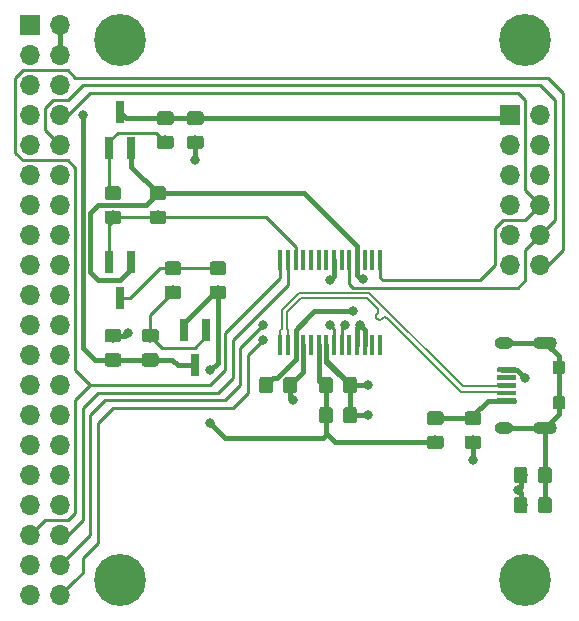
<source format=gbr>
G04 #@! TF.GenerationSoftware,KiCad,Pcbnew,(5.1.4)-1*
G04 #@! TF.CreationDate,2019-10-16T18:51:52+02:00*
G04 #@! TF.ProjectId,HB-RF-USB,48422d52-462d-4555-9342-2e6b69636164,rev?*
G04 #@! TF.SameCoordinates,Original*
G04 #@! TF.FileFunction,Copper,L1,Top*
G04 #@! TF.FilePolarity,Positive*
%FSLAX46Y46*%
G04 Gerber Fmt 4.6, Leading zero omitted, Abs format (unit mm)*
G04 Created by KiCad (PCBNEW (5.1.4)-1) date 2019-10-16 18:51:52*
%MOMM*%
%LPD*%
G04 APERTURE LIST*
%ADD10R,1.700000X1.700000*%
%ADD11O,1.700000X1.700000*%
%ADD12C,0.700000*%
%ADD13C,4.400000*%
%ADD14C,0.100000*%
%ADD15C,1.150000*%
%ADD16C,1.000000*%
%ADD17O,2.000000X1.090000*%
%ADD18O,1.600000X1.050000*%
%ADD19C,0.400000*%
%ADD20R,0.800000X1.900000*%
%ADD21R,0.450000X1.750000*%
%ADD22C,0.800000*%
%ADD23C,0.400000*%
%ADD24C,0.250000*%
%ADD25C,0.200000*%
G04 APERTURE END LIST*
D10*
X33000000Y-52705000D03*
D11*
X35540000Y-52705000D03*
X33000000Y-55245000D03*
X35540000Y-55245000D03*
X33000000Y-57785000D03*
X35540000Y-57785000D03*
X33000000Y-60325000D03*
X35540000Y-60325000D03*
X33000000Y-62865000D03*
X35540000Y-62865000D03*
X33000000Y-65405000D03*
X35540000Y-65405000D03*
X33000000Y-67945000D03*
X35540000Y-67945000D03*
X33000000Y-70485000D03*
X35540000Y-70485000D03*
X33000000Y-73025000D03*
X35540000Y-73025000D03*
X33000000Y-75565000D03*
X35540000Y-75565000D03*
X33000000Y-78105000D03*
X35540000Y-78105000D03*
X33000000Y-80645000D03*
X35540000Y-80645000D03*
X33000000Y-83185000D03*
X35540000Y-83185000D03*
X33000000Y-85725000D03*
X35540000Y-85725000D03*
X33000000Y-88265000D03*
X35540000Y-88265000D03*
X33000000Y-90805000D03*
X35540000Y-90805000D03*
X33000000Y-93345000D03*
X35540000Y-93345000D03*
X33000000Y-95885000D03*
X35540000Y-95885000D03*
X33000000Y-98425000D03*
X35540000Y-98425000D03*
X33000000Y-100965000D03*
X35540000Y-100965000D03*
D12*
X76096726Y-52808274D03*
X74930000Y-52325000D03*
X73763274Y-52808274D03*
X73280000Y-53975000D03*
X73763274Y-55141726D03*
X74930000Y-55625000D03*
X76096726Y-55141726D03*
X76580000Y-53975000D03*
D13*
X74930000Y-53975000D03*
X40640000Y-53975000D03*
D12*
X42290000Y-53975000D03*
X41806726Y-55141726D03*
X40640000Y-55625000D03*
X39473274Y-55141726D03*
X38990000Y-53975000D03*
X39473274Y-52808274D03*
X40640000Y-52325000D03*
X41806726Y-52808274D03*
X41806726Y-98528274D03*
X40640000Y-98045000D03*
X39473274Y-98528274D03*
X38990000Y-99695000D03*
X39473274Y-100861726D03*
X40640000Y-101345000D03*
X41806726Y-100861726D03*
X42290000Y-99695000D03*
D13*
X40640000Y-99695000D03*
X74930000Y-99695000D03*
D12*
X76580000Y-99695000D03*
X76096726Y-100861726D03*
X74930000Y-101345000D03*
X73763274Y-100861726D03*
X73280000Y-99695000D03*
X73763274Y-98528274D03*
X74930000Y-98045000D03*
X76096726Y-98528274D03*
D14*
G36*
X60449505Y-82486204D02*
G01*
X60473773Y-82489804D01*
X60497572Y-82495765D01*
X60520671Y-82504030D01*
X60542850Y-82514520D01*
X60563893Y-82527132D01*
X60583599Y-82541747D01*
X60601777Y-82558223D01*
X60618253Y-82576401D01*
X60632868Y-82596107D01*
X60645480Y-82617150D01*
X60655970Y-82639329D01*
X60664235Y-82662428D01*
X60670196Y-82686227D01*
X60673796Y-82710495D01*
X60675000Y-82734999D01*
X60675000Y-83635001D01*
X60673796Y-83659505D01*
X60670196Y-83683773D01*
X60664235Y-83707572D01*
X60655970Y-83730671D01*
X60645480Y-83752850D01*
X60632868Y-83773893D01*
X60618253Y-83793599D01*
X60601777Y-83811777D01*
X60583599Y-83828253D01*
X60563893Y-83842868D01*
X60542850Y-83855480D01*
X60520671Y-83865970D01*
X60497572Y-83874235D01*
X60473773Y-83880196D01*
X60449505Y-83883796D01*
X60425001Y-83885000D01*
X59774999Y-83885000D01*
X59750495Y-83883796D01*
X59726227Y-83880196D01*
X59702428Y-83874235D01*
X59679329Y-83865970D01*
X59657150Y-83855480D01*
X59636107Y-83842868D01*
X59616401Y-83828253D01*
X59598223Y-83811777D01*
X59581747Y-83793599D01*
X59567132Y-83773893D01*
X59554520Y-83752850D01*
X59544030Y-83730671D01*
X59535765Y-83707572D01*
X59529804Y-83683773D01*
X59526204Y-83659505D01*
X59525000Y-83635001D01*
X59525000Y-82734999D01*
X59526204Y-82710495D01*
X59529804Y-82686227D01*
X59535765Y-82662428D01*
X59544030Y-82639329D01*
X59554520Y-82617150D01*
X59567132Y-82596107D01*
X59581747Y-82576401D01*
X59598223Y-82558223D01*
X59616401Y-82541747D01*
X59636107Y-82527132D01*
X59657150Y-82514520D01*
X59679329Y-82504030D01*
X59702428Y-82495765D01*
X59726227Y-82489804D01*
X59750495Y-82486204D01*
X59774999Y-82485000D01*
X60425001Y-82485000D01*
X60449505Y-82486204D01*
X60449505Y-82486204D01*
G37*
D15*
X60100000Y-83185000D03*
D14*
G36*
X58399505Y-82486204D02*
G01*
X58423773Y-82489804D01*
X58447572Y-82495765D01*
X58470671Y-82504030D01*
X58492850Y-82514520D01*
X58513893Y-82527132D01*
X58533599Y-82541747D01*
X58551777Y-82558223D01*
X58568253Y-82576401D01*
X58582868Y-82596107D01*
X58595480Y-82617150D01*
X58605970Y-82639329D01*
X58614235Y-82662428D01*
X58620196Y-82686227D01*
X58623796Y-82710495D01*
X58625000Y-82734999D01*
X58625000Y-83635001D01*
X58623796Y-83659505D01*
X58620196Y-83683773D01*
X58614235Y-83707572D01*
X58605970Y-83730671D01*
X58595480Y-83752850D01*
X58582868Y-83773893D01*
X58568253Y-83793599D01*
X58551777Y-83811777D01*
X58533599Y-83828253D01*
X58513893Y-83842868D01*
X58492850Y-83855480D01*
X58470671Y-83865970D01*
X58447572Y-83874235D01*
X58423773Y-83880196D01*
X58399505Y-83883796D01*
X58375001Y-83885000D01*
X57724999Y-83885000D01*
X57700495Y-83883796D01*
X57676227Y-83880196D01*
X57652428Y-83874235D01*
X57629329Y-83865970D01*
X57607150Y-83855480D01*
X57586107Y-83842868D01*
X57566401Y-83828253D01*
X57548223Y-83811777D01*
X57531747Y-83793599D01*
X57517132Y-83773893D01*
X57504520Y-83752850D01*
X57494030Y-83730671D01*
X57485765Y-83707572D01*
X57479804Y-83683773D01*
X57476204Y-83659505D01*
X57475000Y-83635001D01*
X57475000Y-82734999D01*
X57476204Y-82710495D01*
X57479804Y-82686227D01*
X57485765Y-82662428D01*
X57494030Y-82639329D01*
X57504520Y-82617150D01*
X57517132Y-82596107D01*
X57531747Y-82576401D01*
X57548223Y-82558223D01*
X57566401Y-82541747D01*
X57586107Y-82527132D01*
X57607150Y-82514520D01*
X57629329Y-82504030D01*
X57652428Y-82495765D01*
X57676227Y-82489804D01*
X57700495Y-82486204D01*
X57724999Y-82485000D01*
X58375001Y-82485000D01*
X58399505Y-82486204D01*
X58399505Y-82486204D01*
G37*
D15*
X58050000Y-83185000D03*
D14*
G36*
X55369505Y-82486204D02*
G01*
X55393773Y-82489804D01*
X55417572Y-82495765D01*
X55440671Y-82504030D01*
X55462850Y-82514520D01*
X55483893Y-82527132D01*
X55503599Y-82541747D01*
X55521777Y-82558223D01*
X55538253Y-82576401D01*
X55552868Y-82596107D01*
X55565480Y-82617150D01*
X55575970Y-82639329D01*
X55584235Y-82662428D01*
X55590196Y-82686227D01*
X55593796Y-82710495D01*
X55595000Y-82734999D01*
X55595000Y-83635001D01*
X55593796Y-83659505D01*
X55590196Y-83683773D01*
X55584235Y-83707572D01*
X55575970Y-83730671D01*
X55565480Y-83752850D01*
X55552868Y-83773893D01*
X55538253Y-83793599D01*
X55521777Y-83811777D01*
X55503599Y-83828253D01*
X55483893Y-83842868D01*
X55462850Y-83855480D01*
X55440671Y-83865970D01*
X55417572Y-83874235D01*
X55393773Y-83880196D01*
X55369505Y-83883796D01*
X55345001Y-83885000D01*
X54694999Y-83885000D01*
X54670495Y-83883796D01*
X54646227Y-83880196D01*
X54622428Y-83874235D01*
X54599329Y-83865970D01*
X54577150Y-83855480D01*
X54556107Y-83842868D01*
X54536401Y-83828253D01*
X54518223Y-83811777D01*
X54501747Y-83793599D01*
X54487132Y-83773893D01*
X54474520Y-83752850D01*
X54464030Y-83730671D01*
X54455765Y-83707572D01*
X54449804Y-83683773D01*
X54446204Y-83659505D01*
X54445000Y-83635001D01*
X54445000Y-82734999D01*
X54446204Y-82710495D01*
X54449804Y-82686227D01*
X54455765Y-82662428D01*
X54464030Y-82639329D01*
X54474520Y-82617150D01*
X54487132Y-82596107D01*
X54501747Y-82576401D01*
X54518223Y-82558223D01*
X54536401Y-82541747D01*
X54556107Y-82527132D01*
X54577150Y-82514520D01*
X54599329Y-82504030D01*
X54622428Y-82495765D01*
X54646227Y-82489804D01*
X54670495Y-82486204D01*
X54694999Y-82485000D01*
X55345001Y-82485000D01*
X55369505Y-82486204D01*
X55369505Y-82486204D01*
G37*
D15*
X55020000Y-83185000D03*
D14*
G36*
X53319505Y-82486204D02*
G01*
X53343773Y-82489804D01*
X53367572Y-82495765D01*
X53390671Y-82504030D01*
X53412850Y-82514520D01*
X53433893Y-82527132D01*
X53453599Y-82541747D01*
X53471777Y-82558223D01*
X53488253Y-82576401D01*
X53502868Y-82596107D01*
X53515480Y-82617150D01*
X53525970Y-82639329D01*
X53534235Y-82662428D01*
X53540196Y-82686227D01*
X53543796Y-82710495D01*
X53545000Y-82734999D01*
X53545000Y-83635001D01*
X53543796Y-83659505D01*
X53540196Y-83683773D01*
X53534235Y-83707572D01*
X53525970Y-83730671D01*
X53515480Y-83752850D01*
X53502868Y-83773893D01*
X53488253Y-83793599D01*
X53471777Y-83811777D01*
X53453599Y-83828253D01*
X53433893Y-83842868D01*
X53412850Y-83855480D01*
X53390671Y-83865970D01*
X53367572Y-83874235D01*
X53343773Y-83880196D01*
X53319505Y-83883796D01*
X53295001Y-83885000D01*
X52644999Y-83885000D01*
X52620495Y-83883796D01*
X52596227Y-83880196D01*
X52572428Y-83874235D01*
X52549329Y-83865970D01*
X52527150Y-83855480D01*
X52506107Y-83842868D01*
X52486401Y-83828253D01*
X52468223Y-83811777D01*
X52451747Y-83793599D01*
X52437132Y-83773893D01*
X52424520Y-83752850D01*
X52414030Y-83730671D01*
X52405765Y-83707572D01*
X52399804Y-83683773D01*
X52396204Y-83659505D01*
X52395000Y-83635001D01*
X52395000Y-82734999D01*
X52396204Y-82710495D01*
X52399804Y-82686227D01*
X52405765Y-82662428D01*
X52414030Y-82639329D01*
X52424520Y-82617150D01*
X52437132Y-82596107D01*
X52451747Y-82576401D01*
X52468223Y-82558223D01*
X52486401Y-82541747D01*
X52506107Y-82527132D01*
X52527150Y-82514520D01*
X52549329Y-82504030D01*
X52572428Y-82495765D01*
X52596227Y-82489804D01*
X52620495Y-82486204D01*
X52644999Y-82485000D01*
X53295001Y-82485000D01*
X53319505Y-82486204D01*
X53319505Y-82486204D01*
G37*
D15*
X52970000Y-83185000D03*
D14*
G36*
X44924505Y-59996204D02*
G01*
X44948773Y-59999804D01*
X44972572Y-60005765D01*
X44995671Y-60014030D01*
X45017850Y-60024520D01*
X45038893Y-60037132D01*
X45058599Y-60051747D01*
X45076777Y-60068223D01*
X45093253Y-60086401D01*
X45107868Y-60106107D01*
X45120480Y-60127150D01*
X45130970Y-60149329D01*
X45139235Y-60172428D01*
X45145196Y-60196227D01*
X45148796Y-60220495D01*
X45150000Y-60244999D01*
X45150000Y-60895001D01*
X45148796Y-60919505D01*
X45145196Y-60943773D01*
X45139235Y-60967572D01*
X45130970Y-60990671D01*
X45120480Y-61012850D01*
X45107868Y-61033893D01*
X45093253Y-61053599D01*
X45076777Y-61071777D01*
X45058599Y-61088253D01*
X45038893Y-61102868D01*
X45017850Y-61115480D01*
X44995671Y-61125970D01*
X44972572Y-61134235D01*
X44948773Y-61140196D01*
X44924505Y-61143796D01*
X44900001Y-61145000D01*
X43999999Y-61145000D01*
X43975495Y-61143796D01*
X43951227Y-61140196D01*
X43927428Y-61134235D01*
X43904329Y-61125970D01*
X43882150Y-61115480D01*
X43861107Y-61102868D01*
X43841401Y-61088253D01*
X43823223Y-61071777D01*
X43806747Y-61053599D01*
X43792132Y-61033893D01*
X43779520Y-61012850D01*
X43769030Y-60990671D01*
X43760765Y-60967572D01*
X43754804Y-60943773D01*
X43751204Y-60919505D01*
X43750000Y-60895001D01*
X43750000Y-60244999D01*
X43751204Y-60220495D01*
X43754804Y-60196227D01*
X43760765Y-60172428D01*
X43769030Y-60149329D01*
X43779520Y-60127150D01*
X43792132Y-60106107D01*
X43806747Y-60086401D01*
X43823223Y-60068223D01*
X43841401Y-60051747D01*
X43861107Y-60037132D01*
X43882150Y-60024520D01*
X43904329Y-60014030D01*
X43927428Y-60005765D01*
X43951227Y-59999804D01*
X43975495Y-59996204D01*
X43999999Y-59995000D01*
X44900001Y-59995000D01*
X44924505Y-59996204D01*
X44924505Y-59996204D01*
G37*
D15*
X44450000Y-60570000D03*
D14*
G36*
X44924505Y-62046204D02*
G01*
X44948773Y-62049804D01*
X44972572Y-62055765D01*
X44995671Y-62064030D01*
X45017850Y-62074520D01*
X45038893Y-62087132D01*
X45058599Y-62101747D01*
X45076777Y-62118223D01*
X45093253Y-62136401D01*
X45107868Y-62156107D01*
X45120480Y-62177150D01*
X45130970Y-62199329D01*
X45139235Y-62222428D01*
X45145196Y-62246227D01*
X45148796Y-62270495D01*
X45150000Y-62294999D01*
X45150000Y-62945001D01*
X45148796Y-62969505D01*
X45145196Y-62993773D01*
X45139235Y-63017572D01*
X45130970Y-63040671D01*
X45120480Y-63062850D01*
X45107868Y-63083893D01*
X45093253Y-63103599D01*
X45076777Y-63121777D01*
X45058599Y-63138253D01*
X45038893Y-63152868D01*
X45017850Y-63165480D01*
X44995671Y-63175970D01*
X44972572Y-63184235D01*
X44948773Y-63190196D01*
X44924505Y-63193796D01*
X44900001Y-63195000D01*
X43999999Y-63195000D01*
X43975495Y-63193796D01*
X43951227Y-63190196D01*
X43927428Y-63184235D01*
X43904329Y-63175970D01*
X43882150Y-63165480D01*
X43861107Y-63152868D01*
X43841401Y-63138253D01*
X43823223Y-63121777D01*
X43806747Y-63103599D01*
X43792132Y-63083893D01*
X43779520Y-63062850D01*
X43769030Y-63040671D01*
X43760765Y-63017572D01*
X43754804Y-62993773D01*
X43751204Y-62969505D01*
X43750000Y-62945001D01*
X43750000Y-62294999D01*
X43751204Y-62270495D01*
X43754804Y-62246227D01*
X43760765Y-62222428D01*
X43769030Y-62199329D01*
X43779520Y-62177150D01*
X43792132Y-62156107D01*
X43806747Y-62136401D01*
X43823223Y-62118223D01*
X43841401Y-62101747D01*
X43861107Y-62087132D01*
X43882150Y-62074520D01*
X43904329Y-62064030D01*
X43927428Y-62055765D01*
X43951227Y-62049804D01*
X43975495Y-62046204D01*
X43999999Y-62045000D01*
X44900001Y-62045000D01*
X44924505Y-62046204D01*
X44924505Y-62046204D01*
G37*
D15*
X44450000Y-62620000D03*
D14*
G36*
X47464505Y-62046204D02*
G01*
X47488773Y-62049804D01*
X47512572Y-62055765D01*
X47535671Y-62064030D01*
X47557850Y-62074520D01*
X47578893Y-62087132D01*
X47598599Y-62101747D01*
X47616777Y-62118223D01*
X47633253Y-62136401D01*
X47647868Y-62156107D01*
X47660480Y-62177150D01*
X47670970Y-62199329D01*
X47679235Y-62222428D01*
X47685196Y-62246227D01*
X47688796Y-62270495D01*
X47690000Y-62294999D01*
X47690000Y-62945001D01*
X47688796Y-62969505D01*
X47685196Y-62993773D01*
X47679235Y-63017572D01*
X47670970Y-63040671D01*
X47660480Y-63062850D01*
X47647868Y-63083893D01*
X47633253Y-63103599D01*
X47616777Y-63121777D01*
X47598599Y-63138253D01*
X47578893Y-63152868D01*
X47557850Y-63165480D01*
X47535671Y-63175970D01*
X47512572Y-63184235D01*
X47488773Y-63190196D01*
X47464505Y-63193796D01*
X47440001Y-63195000D01*
X46539999Y-63195000D01*
X46515495Y-63193796D01*
X46491227Y-63190196D01*
X46467428Y-63184235D01*
X46444329Y-63175970D01*
X46422150Y-63165480D01*
X46401107Y-63152868D01*
X46381401Y-63138253D01*
X46363223Y-63121777D01*
X46346747Y-63103599D01*
X46332132Y-63083893D01*
X46319520Y-63062850D01*
X46309030Y-63040671D01*
X46300765Y-63017572D01*
X46294804Y-62993773D01*
X46291204Y-62969505D01*
X46290000Y-62945001D01*
X46290000Y-62294999D01*
X46291204Y-62270495D01*
X46294804Y-62246227D01*
X46300765Y-62222428D01*
X46309030Y-62199329D01*
X46319520Y-62177150D01*
X46332132Y-62156107D01*
X46346747Y-62136401D01*
X46363223Y-62118223D01*
X46381401Y-62101747D01*
X46401107Y-62087132D01*
X46422150Y-62074520D01*
X46444329Y-62064030D01*
X46467428Y-62055765D01*
X46491227Y-62049804D01*
X46515495Y-62046204D01*
X46539999Y-62045000D01*
X47440001Y-62045000D01*
X47464505Y-62046204D01*
X47464505Y-62046204D01*
G37*
D15*
X46990000Y-62620000D03*
D14*
G36*
X47464505Y-59996204D02*
G01*
X47488773Y-59999804D01*
X47512572Y-60005765D01*
X47535671Y-60014030D01*
X47557850Y-60024520D01*
X47578893Y-60037132D01*
X47598599Y-60051747D01*
X47616777Y-60068223D01*
X47633253Y-60086401D01*
X47647868Y-60106107D01*
X47660480Y-60127150D01*
X47670970Y-60149329D01*
X47679235Y-60172428D01*
X47685196Y-60196227D01*
X47688796Y-60220495D01*
X47690000Y-60244999D01*
X47690000Y-60895001D01*
X47688796Y-60919505D01*
X47685196Y-60943773D01*
X47679235Y-60967572D01*
X47670970Y-60990671D01*
X47660480Y-61012850D01*
X47647868Y-61033893D01*
X47633253Y-61053599D01*
X47616777Y-61071777D01*
X47598599Y-61088253D01*
X47578893Y-61102868D01*
X47557850Y-61115480D01*
X47535671Y-61125970D01*
X47512572Y-61134235D01*
X47488773Y-61140196D01*
X47464505Y-61143796D01*
X47440001Y-61145000D01*
X46539999Y-61145000D01*
X46515495Y-61143796D01*
X46491227Y-61140196D01*
X46467428Y-61134235D01*
X46444329Y-61125970D01*
X46422150Y-61115480D01*
X46401107Y-61102868D01*
X46381401Y-61088253D01*
X46363223Y-61071777D01*
X46346747Y-61053599D01*
X46332132Y-61033893D01*
X46319520Y-61012850D01*
X46309030Y-60990671D01*
X46300765Y-60967572D01*
X46294804Y-60943773D01*
X46291204Y-60919505D01*
X46290000Y-60895001D01*
X46290000Y-60244999D01*
X46291204Y-60220495D01*
X46294804Y-60196227D01*
X46300765Y-60172428D01*
X46309030Y-60149329D01*
X46319520Y-60127150D01*
X46332132Y-60106107D01*
X46346747Y-60086401D01*
X46363223Y-60068223D01*
X46381401Y-60051747D01*
X46401107Y-60037132D01*
X46422150Y-60024520D01*
X46444329Y-60014030D01*
X46467428Y-60005765D01*
X46491227Y-59999804D01*
X46515495Y-59996204D01*
X46539999Y-59995000D01*
X47440001Y-59995000D01*
X47464505Y-59996204D01*
X47464505Y-59996204D01*
G37*
D15*
X46990000Y-60570000D03*
D14*
G36*
X40479505Y-80461204D02*
G01*
X40503773Y-80464804D01*
X40527572Y-80470765D01*
X40550671Y-80479030D01*
X40572850Y-80489520D01*
X40593893Y-80502132D01*
X40613599Y-80516747D01*
X40631777Y-80533223D01*
X40648253Y-80551401D01*
X40662868Y-80571107D01*
X40675480Y-80592150D01*
X40685970Y-80614329D01*
X40694235Y-80637428D01*
X40700196Y-80661227D01*
X40703796Y-80685495D01*
X40705000Y-80709999D01*
X40705000Y-81360001D01*
X40703796Y-81384505D01*
X40700196Y-81408773D01*
X40694235Y-81432572D01*
X40685970Y-81455671D01*
X40675480Y-81477850D01*
X40662868Y-81498893D01*
X40648253Y-81518599D01*
X40631777Y-81536777D01*
X40613599Y-81553253D01*
X40593893Y-81567868D01*
X40572850Y-81580480D01*
X40550671Y-81590970D01*
X40527572Y-81599235D01*
X40503773Y-81605196D01*
X40479505Y-81608796D01*
X40455001Y-81610000D01*
X39554999Y-81610000D01*
X39530495Y-81608796D01*
X39506227Y-81605196D01*
X39482428Y-81599235D01*
X39459329Y-81590970D01*
X39437150Y-81580480D01*
X39416107Y-81567868D01*
X39396401Y-81553253D01*
X39378223Y-81536777D01*
X39361747Y-81518599D01*
X39347132Y-81498893D01*
X39334520Y-81477850D01*
X39324030Y-81455671D01*
X39315765Y-81432572D01*
X39309804Y-81408773D01*
X39306204Y-81384505D01*
X39305000Y-81360001D01*
X39305000Y-80709999D01*
X39306204Y-80685495D01*
X39309804Y-80661227D01*
X39315765Y-80637428D01*
X39324030Y-80614329D01*
X39334520Y-80592150D01*
X39347132Y-80571107D01*
X39361747Y-80551401D01*
X39378223Y-80533223D01*
X39396401Y-80516747D01*
X39416107Y-80502132D01*
X39437150Y-80489520D01*
X39459329Y-80479030D01*
X39482428Y-80470765D01*
X39506227Y-80464804D01*
X39530495Y-80461204D01*
X39554999Y-80460000D01*
X40455001Y-80460000D01*
X40479505Y-80461204D01*
X40479505Y-80461204D01*
G37*
D15*
X40005000Y-81035000D03*
D14*
G36*
X40479505Y-78411204D02*
G01*
X40503773Y-78414804D01*
X40527572Y-78420765D01*
X40550671Y-78429030D01*
X40572850Y-78439520D01*
X40593893Y-78452132D01*
X40613599Y-78466747D01*
X40631777Y-78483223D01*
X40648253Y-78501401D01*
X40662868Y-78521107D01*
X40675480Y-78542150D01*
X40685970Y-78564329D01*
X40694235Y-78587428D01*
X40700196Y-78611227D01*
X40703796Y-78635495D01*
X40705000Y-78659999D01*
X40705000Y-79310001D01*
X40703796Y-79334505D01*
X40700196Y-79358773D01*
X40694235Y-79382572D01*
X40685970Y-79405671D01*
X40675480Y-79427850D01*
X40662868Y-79448893D01*
X40648253Y-79468599D01*
X40631777Y-79486777D01*
X40613599Y-79503253D01*
X40593893Y-79517868D01*
X40572850Y-79530480D01*
X40550671Y-79540970D01*
X40527572Y-79549235D01*
X40503773Y-79555196D01*
X40479505Y-79558796D01*
X40455001Y-79560000D01*
X39554999Y-79560000D01*
X39530495Y-79558796D01*
X39506227Y-79555196D01*
X39482428Y-79549235D01*
X39459329Y-79540970D01*
X39437150Y-79530480D01*
X39416107Y-79517868D01*
X39396401Y-79503253D01*
X39378223Y-79486777D01*
X39361747Y-79468599D01*
X39347132Y-79448893D01*
X39334520Y-79427850D01*
X39324030Y-79405671D01*
X39315765Y-79382572D01*
X39309804Y-79358773D01*
X39306204Y-79334505D01*
X39305000Y-79310001D01*
X39305000Y-78659999D01*
X39306204Y-78635495D01*
X39309804Y-78611227D01*
X39315765Y-78587428D01*
X39324030Y-78564329D01*
X39334520Y-78542150D01*
X39347132Y-78521107D01*
X39361747Y-78501401D01*
X39378223Y-78483223D01*
X39396401Y-78466747D01*
X39416107Y-78452132D01*
X39437150Y-78439520D01*
X39459329Y-78429030D01*
X39482428Y-78420765D01*
X39506227Y-78414804D01*
X39530495Y-78411204D01*
X39554999Y-78410000D01*
X40455001Y-78410000D01*
X40479505Y-78411204D01*
X40479505Y-78411204D01*
G37*
D15*
X40005000Y-78985000D03*
D14*
G36*
X43654505Y-78411204D02*
G01*
X43678773Y-78414804D01*
X43702572Y-78420765D01*
X43725671Y-78429030D01*
X43747850Y-78439520D01*
X43768893Y-78452132D01*
X43788599Y-78466747D01*
X43806777Y-78483223D01*
X43823253Y-78501401D01*
X43837868Y-78521107D01*
X43850480Y-78542150D01*
X43860970Y-78564329D01*
X43869235Y-78587428D01*
X43875196Y-78611227D01*
X43878796Y-78635495D01*
X43880000Y-78659999D01*
X43880000Y-79310001D01*
X43878796Y-79334505D01*
X43875196Y-79358773D01*
X43869235Y-79382572D01*
X43860970Y-79405671D01*
X43850480Y-79427850D01*
X43837868Y-79448893D01*
X43823253Y-79468599D01*
X43806777Y-79486777D01*
X43788599Y-79503253D01*
X43768893Y-79517868D01*
X43747850Y-79530480D01*
X43725671Y-79540970D01*
X43702572Y-79549235D01*
X43678773Y-79555196D01*
X43654505Y-79558796D01*
X43630001Y-79560000D01*
X42729999Y-79560000D01*
X42705495Y-79558796D01*
X42681227Y-79555196D01*
X42657428Y-79549235D01*
X42634329Y-79540970D01*
X42612150Y-79530480D01*
X42591107Y-79517868D01*
X42571401Y-79503253D01*
X42553223Y-79486777D01*
X42536747Y-79468599D01*
X42522132Y-79448893D01*
X42509520Y-79427850D01*
X42499030Y-79405671D01*
X42490765Y-79382572D01*
X42484804Y-79358773D01*
X42481204Y-79334505D01*
X42480000Y-79310001D01*
X42480000Y-78659999D01*
X42481204Y-78635495D01*
X42484804Y-78611227D01*
X42490765Y-78587428D01*
X42499030Y-78564329D01*
X42509520Y-78542150D01*
X42522132Y-78521107D01*
X42536747Y-78501401D01*
X42553223Y-78483223D01*
X42571401Y-78466747D01*
X42591107Y-78452132D01*
X42612150Y-78439520D01*
X42634329Y-78429030D01*
X42657428Y-78420765D01*
X42681227Y-78414804D01*
X42705495Y-78411204D01*
X42729999Y-78410000D01*
X43630001Y-78410000D01*
X43654505Y-78411204D01*
X43654505Y-78411204D01*
G37*
D15*
X43180000Y-78985000D03*
D14*
G36*
X43654505Y-80461204D02*
G01*
X43678773Y-80464804D01*
X43702572Y-80470765D01*
X43725671Y-80479030D01*
X43747850Y-80489520D01*
X43768893Y-80502132D01*
X43788599Y-80516747D01*
X43806777Y-80533223D01*
X43823253Y-80551401D01*
X43837868Y-80571107D01*
X43850480Y-80592150D01*
X43860970Y-80614329D01*
X43869235Y-80637428D01*
X43875196Y-80661227D01*
X43878796Y-80685495D01*
X43880000Y-80709999D01*
X43880000Y-81360001D01*
X43878796Y-81384505D01*
X43875196Y-81408773D01*
X43869235Y-81432572D01*
X43860970Y-81455671D01*
X43850480Y-81477850D01*
X43837868Y-81498893D01*
X43823253Y-81518599D01*
X43806777Y-81536777D01*
X43788599Y-81553253D01*
X43768893Y-81567868D01*
X43747850Y-81580480D01*
X43725671Y-81590970D01*
X43702572Y-81599235D01*
X43678773Y-81605196D01*
X43654505Y-81608796D01*
X43630001Y-81610000D01*
X42729999Y-81610000D01*
X42705495Y-81608796D01*
X42681227Y-81605196D01*
X42657428Y-81599235D01*
X42634329Y-81590970D01*
X42612150Y-81580480D01*
X42591107Y-81567868D01*
X42571401Y-81553253D01*
X42553223Y-81536777D01*
X42536747Y-81518599D01*
X42522132Y-81498893D01*
X42509520Y-81477850D01*
X42499030Y-81455671D01*
X42490765Y-81432572D01*
X42484804Y-81408773D01*
X42481204Y-81384505D01*
X42480000Y-81360001D01*
X42480000Y-80709999D01*
X42481204Y-80685495D01*
X42484804Y-80661227D01*
X42490765Y-80637428D01*
X42499030Y-80614329D01*
X42509520Y-80592150D01*
X42522132Y-80571107D01*
X42536747Y-80551401D01*
X42553223Y-80533223D01*
X42571401Y-80516747D01*
X42591107Y-80502132D01*
X42612150Y-80489520D01*
X42634329Y-80479030D01*
X42657428Y-80470765D01*
X42681227Y-80464804D01*
X42705495Y-80461204D01*
X42729999Y-80460000D01*
X43630001Y-80460000D01*
X43654505Y-80461204D01*
X43654505Y-80461204D01*
G37*
D15*
X43180000Y-81035000D03*
D14*
G36*
X70959505Y-85396204D02*
G01*
X70983773Y-85399804D01*
X71007572Y-85405765D01*
X71030671Y-85414030D01*
X71052850Y-85424520D01*
X71073893Y-85437132D01*
X71093599Y-85451747D01*
X71111777Y-85468223D01*
X71128253Y-85486401D01*
X71142868Y-85506107D01*
X71155480Y-85527150D01*
X71165970Y-85549329D01*
X71174235Y-85572428D01*
X71180196Y-85596227D01*
X71183796Y-85620495D01*
X71185000Y-85644999D01*
X71185000Y-86295001D01*
X71183796Y-86319505D01*
X71180196Y-86343773D01*
X71174235Y-86367572D01*
X71165970Y-86390671D01*
X71155480Y-86412850D01*
X71142868Y-86433893D01*
X71128253Y-86453599D01*
X71111777Y-86471777D01*
X71093599Y-86488253D01*
X71073893Y-86502868D01*
X71052850Y-86515480D01*
X71030671Y-86525970D01*
X71007572Y-86534235D01*
X70983773Y-86540196D01*
X70959505Y-86543796D01*
X70935001Y-86545000D01*
X70034999Y-86545000D01*
X70010495Y-86543796D01*
X69986227Y-86540196D01*
X69962428Y-86534235D01*
X69939329Y-86525970D01*
X69917150Y-86515480D01*
X69896107Y-86502868D01*
X69876401Y-86488253D01*
X69858223Y-86471777D01*
X69841747Y-86453599D01*
X69827132Y-86433893D01*
X69814520Y-86412850D01*
X69804030Y-86390671D01*
X69795765Y-86367572D01*
X69789804Y-86343773D01*
X69786204Y-86319505D01*
X69785000Y-86295001D01*
X69785000Y-85644999D01*
X69786204Y-85620495D01*
X69789804Y-85596227D01*
X69795765Y-85572428D01*
X69804030Y-85549329D01*
X69814520Y-85527150D01*
X69827132Y-85506107D01*
X69841747Y-85486401D01*
X69858223Y-85468223D01*
X69876401Y-85451747D01*
X69896107Y-85437132D01*
X69917150Y-85424520D01*
X69939329Y-85414030D01*
X69962428Y-85405765D01*
X69986227Y-85399804D01*
X70010495Y-85396204D01*
X70034999Y-85395000D01*
X70935001Y-85395000D01*
X70959505Y-85396204D01*
X70959505Y-85396204D01*
G37*
D15*
X70485000Y-85970000D03*
D14*
G36*
X70959505Y-87446204D02*
G01*
X70983773Y-87449804D01*
X71007572Y-87455765D01*
X71030671Y-87464030D01*
X71052850Y-87474520D01*
X71073893Y-87487132D01*
X71093599Y-87501747D01*
X71111777Y-87518223D01*
X71128253Y-87536401D01*
X71142868Y-87556107D01*
X71155480Y-87577150D01*
X71165970Y-87599329D01*
X71174235Y-87622428D01*
X71180196Y-87646227D01*
X71183796Y-87670495D01*
X71185000Y-87694999D01*
X71185000Y-88345001D01*
X71183796Y-88369505D01*
X71180196Y-88393773D01*
X71174235Y-88417572D01*
X71165970Y-88440671D01*
X71155480Y-88462850D01*
X71142868Y-88483893D01*
X71128253Y-88503599D01*
X71111777Y-88521777D01*
X71093599Y-88538253D01*
X71073893Y-88552868D01*
X71052850Y-88565480D01*
X71030671Y-88575970D01*
X71007572Y-88584235D01*
X70983773Y-88590196D01*
X70959505Y-88593796D01*
X70935001Y-88595000D01*
X70034999Y-88595000D01*
X70010495Y-88593796D01*
X69986227Y-88590196D01*
X69962428Y-88584235D01*
X69939329Y-88575970D01*
X69917150Y-88565480D01*
X69896107Y-88552868D01*
X69876401Y-88538253D01*
X69858223Y-88521777D01*
X69841747Y-88503599D01*
X69827132Y-88483893D01*
X69814520Y-88462850D01*
X69804030Y-88440671D01*
X69795765Y-88417572D01*
X69789804Y-88393773D01*
X69786204Y-88369505D01*
X69785000Y-88345001D01*
X69785000Y-87694999D01*
X69786204Y-87670495D01*
X69789804Y-87646227D01*
X69795765Y-87622428D01*
X69804030Y-87599329D01*
X69814520Y-87577150D01*
X69827132Y-87556107D01*
X69841747Y-87536401D01*
X69858223Y-87518223D01*
X69876401Y-87501747D01*
X69896107Y-87487132D01*
X69917150Y-87474520D01*
X69939329Y-87464030D01*
X69962428Y-87455765D01*
X69986227Y-87449804D01*
X70010495Y-87446204D01*
X70034999Y-87445000D01*
X70935001Y-87445000D01*
X70959505Y-87446204D01*
X70959505Y-87446204D01*
G37*
D15*
X70485000Y-88020000D03*
D14*
G36*
X58399505Y-85026204D02*
G01*
X58423773Y-85029804D01*
X58447572Y-85035765D01*
X58470671Y-85044030D01*
X58492850Y-85054520D01*
X58513893Y-85067132D01*
X58533599Y-85081747D01*
X58551777Y-85098223D01*
X58568253Y-85116401D01*
X58582868Y-85136107D01*
X58595480Y-85157150D01*
X58605970Y-85179329D01*
X58614235Y-85202428D01*
X58620196Y-85226227D01*
X58623796Y-85250495D01*
X58625000Y-85274999D01*
X58625000Y-86175001D01*
X58623796Y-86199505D01*
X58620196Y-86223773D01*
X58614235Y-86247572D01*
X58605970Y-86270671D01*
X58595480Y-86292850D01*
X58582868Y-86313893D01*
X58568253Y-86333599D01*
X58551777Y-86351777D01*
X58533599Y-86368253D01*
X58513893Y-86382868D01*
X58492850Y-86395480D01*
X58470671Y-86405970D01*
X58447572Y-86414235D01*
X58423773Y-86420196D01*
X58399505Y-86423796D01*
X58375001Y-86425000D01*
X57724999Y-86425000D01*
X57700495Y-86423796D01*
X57676227Y-86420196D01*
X57652428Y-86414235D01*
X57629329Y-86405970D01*
X57607150Y-86395480D01*
X57586107Y-86382868D01*
X57566401Y-86368253D01*
X57548223Y-86351777D01*
X57531747Y-86333599D01*
X57517132Y-86313893D01*
X57504520Y-86292850D01*
X57494030Y-86270671D01*
X57485765Y-86247572D01*
X57479804Y-86223773D01*
X57476204Y-86199505D01*
X57475000Y-86175001D01*
X57475000Y-85274999D01*
X57476204Y-85250495D01*
X57479804Y-85226227D01*
X57485765Y-85202428D01*
X57494030Y-85179329D01*
X57504520Y-85157150D01*
X57517132Y-85136107D01*
X57531747Y-85116401D01*
X57548223Y-85098223D01*
X57566401Y-85081747D01*
X57586107Y-85067132D01*
X57607150Y-85054520D01*
X57629329Y-85044030D01*
X57652428Y-85035765D01*
X57676227Y-85029804D01*
X57700495Y-85026204D01*
X57724999Y-85025000D01*
X58375001Y-85025000D01*
X58399505Y-85026204D01*
X58399505Y-85026204D01*
G37*
D15*
X58050000Y-85725000D03*
D14*
G36*
X60449505Y-85026204D02*
G01*
X60473773Y-85029804D01*
X60497572Y-85035765D01*
X60520671Y-85044030D01*
X60542850Y-85054520D01*
X60563893Y-85067132D01*
X60583599Y-85081747D01*
X60601777Y-85098223D01*
X60618253Y-85116401D01*
X60632868Y-85136107D01*
X60645480Y-85157150D01*
X60655970Y-85179329D01*
X60664235Y-85202428D01*
X60670196Y-85226227D01*
X60673796Y-85250495D01*
X60675000Y-85274999D01*
X60675000Y-86175001D01*
X60673796Y-86199505D01*
X60670196Y-86223773D01*
X60664235Y-86247572D01*
X60655970Y-86270671D01*
X60645480Y-86292850D01*
X60632868Y-86313893D01*
X60618253Y-86333599D01*
X60601777Y-86351777D01*
X60583599Y-86368253D01*
X60563893Y-86382868D01*
X60542850Y-86395480D01*
X60520671Y-86405970D01*
X60497572Y-86414235D01*
X60473773Y-86420196D01*
X60449505Y-86423796D01*
X60425001Y-86425000D01*
X59774999Y-86425000D01*
X59750495Y-86423796D01*
X59726227Y-86420196D01*
X59702428Y-86414235D01*
X59679329Y-86405970D01*
X59657150Y-86395480D01*
X59636107Y-86382868D01*
X59616401Y-86368253D01*
X59598223Y-86351777D01*
X59581747Y-86333599D01*
X59567132Y-86313893D01*
X59554520Y-86292850D01*
X59544030Y-86270671D01*
X59535765Y-86247572D01*
X59529804Y-86223773D01*
X59526204Y-86199505D01*
X59525000Y-86175001D01*
X59525000Y-85274999D01*
X59526204Y-85250495D01*
X59529804Y-85226227D01*
X59535765Y-85202428D01*
X59544030Y-85179329D01*
X59554520Y-85157150D01*
X59567132Y-85136107D01*
X59581747Y-85116401D01*
X59598223Y-85098223D01*
X59616401Y-85081747D01*
X59636107Y-85067132D01*
X59657150Y-85054520D01*
X59679329Y-85044030D01*
X59702428Y-85035765D01*
X59726227Y-85029804D01*
X59750495Y-85026204D01*
X59774999Y-85025000D01*
X60425001Y-85025000D01*
X60449505Y-85026204D01*
X60449505Y-85026204D01*
G37*
D15*
X60100000Y-85725000D03*
D14*
G36*
X76939505Y-90106204D02*
G01*
X76963773Y-90109804D01*
X76987572Y-90115765D01*
X77010671Y-90124030D01*
X77032850Y-90134520D01*
X77053893Y-90147132D01*
X77073599Y-90161747D01*
X77091777Y-90178223D01*
X77108253Y-90196401D01*
X77122868Y-90216107D01*
X77135480Y-90237150D01*
X77145970Y-90259329D01*
X77154235Y-90282428D01*
X77160196Y-90306227D01*
X77163796Y-90330495D01*
X77165000Y-90354999D01*
X77165000Y-91255001D01*
X77163796Y-91279505D01*
X77160196Y-91303773D01*
X77154235Y-91327572D01*
X77145970Y-91350671D01*
X77135480Y-91372850D01*
X77122868Y-91393893D01*
X77108253Y-91413599D01*
X77091777Y-91431777D01*
X77073599Y-91448253D01*
X77053893Y-91462868D01*
X77032850Y-91475480D01*
X77010671Y-91485970D01*
X76987572Y-91494235D01*
X76963773Y-91500196D01*
X76939505Y-91503796D01*
X76915001Y-91505000D01*
X76264999Y-91505000D01*
X76240495Y-91503796D01*
X76216227Y-91500196D01*
X76192428Y-91494235D01*
X76169329Y-91485970D01*
X76147150Y-91475480D01*
X76126107Y-91462868D01*
X76106401Y-91448253D01*
X76088223Y-91431777D01*
X76071747Y-91413599D01*
X76057132Y-91393893D01*
X76044520Y-91372850D01*
X76034030Y-91350671D01*
X76025765Y-91327572D01*
X76019804Y-91303773D01*
X76016204Y-91279505D01*
X76015000Y-91255001D01*
X76015000Y-90354999D01*
X76016204Y-90330495D01*
X76019804Y-90306227D01*
X76025765Y-90282428D01*
X76034030Y-90259329D01*
X76044520Y-90237150D01*
X76057132Y-90216107D01*
X76071747Y-90196401D01*
X76088223Y-90178223D01*
X76106401Y-90161747D01*
X76126107Y-90147132D01*
X76147150Y-90134520D01*
X76169329Y-90124030D01*
X76192428Y-90115765D01*
X76216227Y-90109804D01*
X76240495Y-90106204D01*
X76264999Y-90105000D01*
X76915001Y-90105000D01*
X76939505Y-90106204D01*
X76939505Y-90106204D01*
G37*
D15*
X76590000Y-90805000D03*
D14*
G36*
X74889505Y-90106204D02*
G01*
X74913773Y-90109804D01*
X74937572Y-90115765D01*
X74960671Y-90124030D01*
X74982850Y-90134520D01*
X75003893Y-90147132D01*
X75023599Y-90161747D01*
X75041777Y-90178223D01*
X75058253Y-90196401D01*
X75072868Y-90216107D01*
X75085480Y-90237150D01*
X75095970Y-90259329D01*
X75104235Y-90282428D01*
X75110196Y-90306227D01*
X75113796Y-90330495D01*
X75115000Y-90354999D01*
X75115000Y-91255001D01*
X75113796Y-91279505D01*
X75110196Y-91303773D01*
X75104235Y-91327572D01*
X75095970Y-91350671D01*
X75085480Y-91372850D01*
X75072868Y-91393893D01*
X75058253Y-91413599D01*
X75041777Y-91431777D01*
X75023599Y-91448253D01*
X75003893Y-91462868D01*
X74982850Y-91475480D01*
X74960671Y-91485970D01*
X74937572Y-91494235D01*
X74913773Y-91500196D01*
X74889505Y-91503796D01*
X74865001Y-91505000D01*
X74214999Y-91505000D01*
X74190495Y-91503796D01*
X74166227Y-91500196D01*
X74142428Y-91494235D01*
X74119329Y-91485970D01*
X74097150Y-91475480D01*
X74076107Y-91462868D01*
X74056401Y-91448253D01*
X74038223Y-91431777D01*
X74021747Y-91413599D01*
X74007132Y-91393893D01*
X73994520Y-91372850D01*
X73984030Y-91350671D01*
X73975765Y-91327572D01*
X73969804Y-91303773D01*
X73966204Y-91279505D01*
X73965000Y-91255001D01*
X73965000Y-90354999D01*
X73966204Y-90330495D01*
X73969804Y-90306227D01*
X73975765Y-90282428D01*
X73984030Y-90259329D01*
X73994520Y-90237150D01*
X74007132Y-90216107D01*
X74021747Y-90196401D01*
X74038223Y-90178223D01*
X74056401Y-90161747D01*
X74076107Y-90147132D01*
X74097150Y-90134520D01*
X74119329Y-90124030D01*
X74142428Y-90115765D01*
X74166227Y-90109804D01*
X74190495Y-90106204D01*
X74214999Y-90105000D01*
X74865001Y-90105000D01*
X74889505Y-90106204D01*
X74889505Y-90106204D01*
G37*
D15*
X74540000Y-90805000D03*
D14*
G36*
X78167802Y-81135482D02*
G01*
X78177509Y-81136921D01*
X78187028Y-81139306D01*
X78196268Y-81142612D01*
X78205140Y-81146808D01*
X78213557Y-81151853D01*
X78221439Y-81157699D01*
X78228711Y-81164289D01*
X78235301Y-81171561D01*
X78241147Y-81179443D01*
X78246192Y-81187860D01*
X78250388Y-81196732D01*
X78253694Y-81205972D01*
X78256079Y-81215491D01*
X78257518Y-81225198D01*
X78258000Y-81235000D01*
X78258000Y-82135000D01*
X78257518Y-82144802D01*
X78256079Y-82154509D01*
X78253694Y-82164028D01*
X78250388Y-82173268D01*
X78246192Y-82182140D01*
X78241147Y-82190557D01*
X78235301Y-82198439D01*
X78228711Y-82205711D01*
X78221439Y-82212301D01*
X78213557Y-82218147D01*
X78205140Y-82223192D01*
X78196268Y-82227388D01*
X78187028Y-82230694D01*
X78177509Y-82233079D01*
X78167802Y-82234518D01*
X78158000Y-82235000D01*
X77358000Y-82235000D01*
X77348198Y-82234518D01*
X77338491Y-82233079D01*
X77328972Y-82230694D01*
X77319732Y-82227388D01*
X77310860Y-82223192D01*
X77302443Y-82218147D01*
X77294561Y-82212301D01*
X77287289Y-82205711D01*
X77280699Y-82198439D01*
X77274853Y-82190557D01*
X77269808Y-82182140D01*
X77265612Y-82173268D01*
X77262306Y-82164028D01*
X77259921Y-82154509D01*
X77258482Y-82144802D01*
X77258000Y-82135000D01*
X77258000Y-81235000D01*
X77258482Y-81225198D01*
X77259921Y-81215491D01*
X77262306Y-81205972D01*
X77265612Y-81196732D01*
X77269808Y-81187860D01*
X77274853Y-81179443D01*
X77280699Y-81171561D01*
X77287289Y-81164289D01*
X77294561Y-81157699D01*
X77302443Y-81151853D01*
X77310860Y-81146808D01*
X77319732Y-81142612D01*
X77328972Y-81139306D01*
X77338491Y-81136921D01*
X77348198Y-81135482D01*
X77358000Y-81135000D01*
X78158000Y-81135000D01*
X78167802Y-81135482D01*
X78167802Y-81135482D01*
G37*
D16*
X77758000Y-81685000D03*
D14*
G36*
X78167802Y-84135482D02*
G01*
X78177509Y-84136921D01*
X78187028Y-84139306D01*
X78196268Y-84142612D01*
X78205140Y-84146808D01*
X78213557Y-84151853D01*
X78221439Y-84157699D01*
X78228711Y-84164289D01*
X78235301Y-84171561D01*
X78241147Y-84179443D01*
X78246192Y-84187860D01*
X78250388Y-84196732D01*
X78253694Y-84205972D01*
X78256079Y-84215491D01*
X78257518Y-84225198D01*
X78258000Y-84235000D01*
X78258000Y-85135000D01*
X78257518Y-85144802D01*
X78256079Y-85154509D01*
X78253694Y-85164028D01*
X78250388Y-85173268D01*
X78246192Y-85182140D01*
X78241147Y-85190557D01*
X78235301Y-85198439D01*
X78228711Y-85205711D01*
X78221439Y-85212301D01*
X78213557Y-85218147D01*
X78205140Y-85223192D01*
X78196268Y-85227388D01*
X78187028Y-85230694D01*
X78177509Y-85233079D01*
X78167802Y-85234518D01*
X78158000Y-85235000D01*
X77358000Y-85235000D01*
X77348198Y-85234518D01*
X77338491Y-85233079D01*
X77328972Y-85230694D01*
X77319732Y-85227388D01*
X77310860Y-85223192D01*
X77302443Y-85218147D01*
X77294561Y-85212301D01*
X77287289Y-85205711D01*
X77280699Y-85198439D01*
X77274853Y-85190557D01*
X77269808Y-85182140D01*
X77265612Y-85173268D01*
X77262306Y-85164028D01*
X77259921Y-85154509D01*
X77258482Y-85144802D01*
X77258000Y-85135000D01*
X77258000Y-84235000D01*
X77258482Y-84225198D01*
X77259921Y-84215491D01*
X77262306Y-84205972D01*
X77265612Y-84196732D01*
X77269808Y-84187860D01*
X77274853Y-84179443D01*
X77280699Y-84171561D01*
X77287289Y-84164289D01*
X77294561Y-84157699D01*
X77302443Y-84151853D01*
X77310860Y-84146808D01*
X77319732Y-84142612D01*
X77328972Y-84139306D01*
X77338491Y-84136921D01*
X77348198Y-84135482D01*
X77358000Y-84135000D01*
X78158000Y-84135000D01*
X78167802Y-84135482D01*
X78167802Y-84135482D01*
G37*
D16*
X77758000Y-84685000D03*
D17*
X76608000Y-79585000D03*
X76608000Y-86785000D03*
D18*
X73158000Y-86785000D03*
X73158000Y-79585000D03*
D14*
G36*
X74112901Y-84285241D02*
G01*
X74117755Y-84285961D01*
X74122514Y-84287153D01*
X74127134Y-84288806D01*
X74131570Y-84290904D01*
X74135779Y-84293427D01*
X74139720Y-84296349D01*
X74143355Y-84299645D01*
X74146651Y-84303280D01*
X74149573Y-84307221D01*
X74152096Y-84311430D01*
X74154194Y-84315866D01*
X74155847Y-84320486D01*
X74157039Y-84325245D01*
X74157759Y-84330099D01*
X74158000Y-84335000D01*
X74158000Y-84635000D01*
X74157759Y-84639901D01*
X74157039Y-84644755D01*
X74155847Y-84649514D01*
X74154194Y-84654134D01*
X74152096Y-84658570D01*
X74149573Y-84662779D01*
X74146651Y-84666720D01*
X74143355Y-84670355D01*
X74139720Y-84673651D01*
X74135779Y-84676573D01*
X74131570Y-84679096D01*
X74127134Y-84681194D01*
X74122514Y-84682847D01*
X74117755Y-84684039D01*
X74112901Y-84684759D01*
X74108000Y-84685000D01*
X72608000Y-84685000D01*
X72603099Y-84684759D01*
X72598245Y-84684039D01*
X72593486Y-84682847D01*
X72588866Y-84681194D01*
X72584430Y-84679096D01*
X72580221Y-84676573D01*
X72576280Y-84673651D01*
X72572645Y-84670355D01*
X72569349Y-84666720D01*
X72566427Y-84662779D01*
X72563904Y-84658570D01*
X72561806Y-84654134D01*
X72560153Y-84649514D01*
X72558961Y-84644755D01*
X72558241Y-84639901D01*
X72558000Y-84635000D01*
X72558000Y-84335000D01*
X72558241Y-84330099D01*
X72558961Y-84325245D01*
X72560153Y-84320486D01*
X72561806Y-84315866D01*
X72563904Y-84311430D01*
X72566427Y-84307221D01*
X72569349Y-84303280D01*
X72572645Y-84299645D01*
X72576280Y-84296349D01*
X72580221Y-84293427D01*
X72584430Y-84290904D01*
X72588866Y-84288806D01*
X72593486Y-84287153D01*
X72598245Y-84285961D01*
X72603099Y-84285241D01*
X72608000Y-84285000D01*
X74108000Y-84285000D01*
X74112901Y-84285241D01*
X74112901Y-84285241D01*
G37*
D19*
X73358000Y-84485000D03*
D14*
G36*
X74112901Y-82985241D02*
G01*
X74117755Y-82985961D01*
X74122514Y-82987153D01*
X74127134Y-82988806D01*
X74131570Y-82990904D01*
X74135779Y-82993427D01*
X74139720Y-82996349D01*
X74143355Y-82999645D01*
X74146651Y-83003280D01*
X74149573Y-83007221D01*
X74152096Y-83011430D01*
X74154194Y-83015866D01*
X74155847Y-83020486D01*
X74157039Y-83025245D01*
X74157759Y-83030099D01*
X74158000Y-83035000D01*
X74158000Y-83335000D01*
X74157759Y-83339901D01*
X74157039Y-83344755D01*
X74155847Y-83349514D01*
X74154194Y-83354134D01*
X74152096Y-83358570D01*
X74149573Y-83362779D01*
X74146651Y-83366720D01*
X74143355Y-83370355D01*
X74139720Y-83373651D01*
X74135779Y-83376573D01*
X74131570Y-83379096D01*
X74127134Y-83381194D01*
X74122514Y-83382847D01*
X74117755Y-83384039D01*
X74112901Y-83384759D01*
X74108000Y-83385000D01*
X72608000Y-83385000D01*
X72603099Y-83384759D01*
X72598245Y-83384039D01*
X72593486Y-83382847D01*
X72588866Y-83381194D01*
X72584430Y-83379096D01*
X72580221Y-83376573D01*
X72576280Y-83373651D01*
X72572645Y-83370355D01*
X72569349Y-83366720D01*
X72566427Y-83362779D01*
X72563904Y-83358570D01*
X72561806Y-83354134D01*
X72560153Y-83349514D01*
X72558961Y-83344755D01*
X72558241Y-83339901D01*
X72558000Y-83335000D01*
X72558000Y-83035000D01*
X72558241Y-83030099D01*
X72558961Y-83025245D01*
X72560153Y-83020486D01*
X72561806Y-83015866D01*
X72563904Y-83011430D01*
X72566427Y-83007221D01*
X72569349Y-83003280D01*
X72572645Y-82999645D01*
X72576280Y-82996349D01*
X72580221Y-82993427D01*
X72584430Y-82990904D01*
X72588866Y-82988806D01*
X72593486Y-82987153D01*
X72598245Y-82985961D01*
X72603099Y-82985241D01*
X72608000Y-82985000D01*
X74108000Y-82985000D01*
X74112901Y-82985241D01*
X74112901Y-82985241D01*
G37*
D19*
X73358000Y-83185000D03*
D14*
G36*
X74112901Y-83635241D02*
G01*
X74117755Y-83635961D01*
X74122514Y-83637153D01*
X74127134Y-83638806D01*
X74131570Y-83640904D01*
X74135779Y-83643427D01*
X74139720Y-83646349D01*
X74143355Y-83649645D01*
X74146651Y-83653280D01*
X74149573Y-83657221D01*
X74152096Y-83661430D01*
X74154194Y-83665866D01*
X74155847Y-83670486D01*
X74157039Y-83675245D01*
X74157759Y-83680099D01*
X74158000Y-83685000D01*
X74158000Y-83985000D01*
X74157759Y-83989901D01*
X74157039Y-83994755D01*
X74155847Y-83999514D01*
X74154194Y-84004134D01*
X74152096Y-84008570D01*
X74149573Y-84012779D01*
X74146651Y-84016720D01*
X74143355Y-84020355D01*
X74139720Y-84023651D01*
X74135779Y-84026573D01*
X74131570Y-84029096D01*
X74127134Y-84031194D01*
X74122514Y-84032847D01*
X74117755Y-84034039D01*
X74112901Y-84034759D01*
X74108000Y-84035000D01*
X72608000Y-84035000D01*
X72603099Y-84034759D01*
X72598245Y-84034039D01*
X72593486Y-84032847D01*
X72588866Y-84031194D01*
X72584430Y-84029096D01*
X72580221Y-84026573D01*
X72576280Y-84023651D01*
X72572645Y-84020355D01*
X72569349Y-84016720D01*
X72566427Y-84012779D01*
X72563904Y-84008570D01*
X72561806Y-84004134D01*
X72560153Y-83999514D01*
X72558961Y-83994755D01*
X72558241Y-83989901D01*
X72558000Y-83985000D01*
X72558000Y-83685000D01*
X72558241Y-83680099D01*
X72558961Y-83675245D01*
X72560153Y-83670486D01*
X72561806Y-83665866D01*
X72563904Y-83661430D01*
X72566427Y-83657221D01*
X72569349Y-83653280D01*
X72572645Y-83649645D01*
X72576280Y-83646349D01*
X72580221Y-83643427D01*
X72584430Y-83640904D01*
X72588866Y-83638806D01*
X72593486Y-83637153D01*
X72598245Y-83635961D01*
X72603099Y-83635241D01*
X72608000Y-83635000D01*
X74108000Y-83635000D01*
X74112901Y-83635241D01*
X74112901Y-83635241D01*
G37*
D19*
X73358000Y-83835000D03*
D14*
G36*
X74112901Y-82335241D02*
G01*
X74117755Y-82335961D01*
X74122514Y-82337153D01*
X74127134Y-82338806D01*
X74131570Y-82340904D01*
X74135779Y-82343427D01*
X74139720Y-82346349D01*
X74143355Y-82349645D01*
X74146651Y-82353280D01*
X74149573Y-82357221D01*
X74152096Y-82361430D01*
X74154194Y-82365866D01*
X74155847Y-82370486D01*
X74157039Y-82375245D01*
X74157759Y-82380099D01*
X74158000Y-82385000D01*
X74158000Y-82685000D01*
X74157759Y-82689901D01*
X74157039Y-82694755D01*
X74155847Y-82699514D01*
X74154194Y-82704134D01*
X74152096Y-82708570D01*
X74149573Y-82712779D01*
X74146651Y-82716720D01*
X74143355Y-82720355D01*
X74139720Y-82723651D01*
X74135779Y-82726573D01*
X74131570Y-82729096D01*
X74127134Y-82731194D01*
X74122514Y-82732847D01*
X74117755Y-82734039D01*
X74112901Y-82734759D01*
X74108000Y-82735000D01*
X72608000Y-82735000D01*
X72603099Y-82734759D01*
X72598245Y-82734039D01*
X72593486Y-82732847D01*
X72588866Y-82731194D01*
X72584430Y-82729096D01*
X72580221Y-82726573D01*
X72576280Y-82723651D01*
X72572645Y-82720355D01*
X72569349Y-82716720D01*
X72566427Y-82712779D01*
X72563904Y-82708570D01*
X72561806Y-82704134D01*
X72560153Y-82699514D01*
X72558961Y-82694755D01*
X72558241Y-82689901D01*
X72558000Y-82685000D01*
X72558000Y-82385000D01*
X72558241Y-82380099D01*
X72558961Y-82375245D01*
X72560153Y-82370486D01*
X72561806Y-82365866D01*
X72563904Y-82361430D01*
X72566427Y-82357221D01*
X72569349Y-82353280D01*
X72572645Y-82349645D01*
X72576280Y-82346349D01*
X72580221Y-82343427D01*
X72584430Y-82340904D01*
X72588866Y-82338806D01*
X72593486Y-82337153D01*
X72598245Y-82335961D01*
X72603099Y-82335241D01*
X72608000Y-82335000D01*
X74108000Y-82335000D01*
X74112901Y-82335241D01*
X74112901Y-82335241D01*
G37*
D19*
X73358000Y-82535000D03*
D14*
G36*
X74112901Y-81685241D02*
G01*
X74117755Y-81685961D01*
X74122514Y-81687153D01*
X74127134Y-81688806D01*
X74131570Y-81690904D01*
X74135779Y-81693427D01*
X74139720Y-81696349D01*
X74143355Y-81699645D01*
X74146651Y-81703280D01*
X74149573Y-81707221D01*
X74152096Y-81711430D01*
X74154194Y-81715866D01*
X74155847Y-81720486D01*
X74157039Y-81725245D01*
X74157759Y-81730099D01*
X74158000Y-81735000D01*
X74158000Y-82035000D01*
X74157759Y-82039901D01*
X74157039Y-82044755D01*
X74155847Y-82049514D01*
X74154194Y-82054134D01*
X74152096Y-82058570D01*
X74149573Y-82062779D01*
X74146651Y-82066720D01*
X74143355Y-82070355D01*
X74139720Y-82073651D01*
X74135779Y-82076573D01*
X74131570Y-82079096D01*
X74127134Y-82081194D01*
X74122514Y-82082847D01*
X74117755Y-82084039D01*
X74112901Y-82084759D01*
X74108000Y-82085000D01*
X72608000Y-82085000D01*
X72603099Y-82084759D01*
X72598245Y-82084039D01*
X72593486Y-82082847D01*
X72588866Y-82081194D01*
X72584430Y-82079096D01*
X72580221Y-82076573D01*
X72576280Y-82073651D01*
X72572645Y-82070355D01*
X72569349Y-82066720D01*
X72566427Y-82062779D01*
X72563904Y-82058570D01*
X72561806Y-82054134D01*
X72560153Y-82049514D01*
X72558961Y-82044755D01*
X72558241Y-82039901D01*
X72558000Y-82035000D01*
X72558000Y-81735000D01*
X72558241Y-81730099D01*
X72558961Y-81725245D01*
X72560153Y-81720486D01*
X72561806Y-81715866D01*
X72563904Y-81711430D01*
X72566427Y-81707221D01*
X72569349Y-81703280D01*
X72572645Y-81699645D01*
X72576280Y-81696349D01*
X72580221Y-81693427D01*
X72584430Y-81690904D01*
X72588866Y-81688806D01*
X72593486Y-81687153D01*
X72598245Y-81685961D01*
X72603099Y-81685241D01*
X72608000Y-81685000D01*
X74108000Y-81685000D01*
X74112901Y-81685241D01*
X74112901Y-81685241D01*
G37*
D19*
X73358000Y-81885000D03*
D10*
X73660000Y-60325000D03*
D11*
X76200000Y-60325000D03*
X73660000Y-62865000D03*
X76200000Y-62865000D03*
X73660000Y-65405000D03*
X76200000Y-65405000D03*
X73660000Y-67945000D03*
X76200000Y-67945000D03*
X73660000Y-70485000D03*
X76200000Y-70485000D03*
X73660000Y-73025000D03*
X76200000Y-73025000D03*
D14*
G36*
X67784505Y-87446204D02*
G01*
X67808773Y-87449804D01*
X67832572Y-87455765D01*
X67855671Y-87464030D01*
X67877850Y-87474520D01*
X67898893Y-87487132D01*
X67918599Y-87501747D01*
X67936777Y-87518223D01*
X67953253Y-87536401D01*
X67967868Y-87556107D01*
X67980480Y-87577150D01*
X67990970Y-87599329D01*
X67999235Y-87622428D01*
X68005196Y-87646227D01*
X68008796Y-87670495D01*
X68010000Y-87694999D01*
X68010000Y-88345001D01*
X68008796Y-88369505D01*
X68005196Y-88393773D01*
X67999235Y-88417572D01*
X67990970Y-88440671D01*
X67980480Y-88462850D01*
X67967868Y-88483893D01*
X67953253Y-88503599D01*
X67936777Y-88521777D01*
X67918599Y-88538253D01*
X67898893Y-88552868D01*
X67877850Y-88565480D01*
X67855671Y-88575970D01*
X67832572Y-88584235D01*
X67808773Y-88590196D01*
X67784505Y-88593796D01*
X67760001Y-88595000D01*
X66859999Y-88595000D01*
X66835495Y-88593796D01*
X66811227Y-88590196D01*
X66787428Y-88584235D01*
X66764329Y-88575970D01*
X66742150Y-88565480D01*
X66721107Y-88552868D01*
X66701401Y-88538253D01*
X66683223Y-88521777D01*
X66666747Y-88503599D01*
X66652132Y-88483893D01*
X66639520Y-88462850D01*
X66629030Y-88440671D01*
X66620765Y-88417572D01*
X66614804Y-88393773D01*
X66611204Y-88369505D01*
X66610000Y-88345001D01*
X66610000Y-87694999D01*
X66611204Y-87670495D01*
X66614804Y-87646227D01*
X66620765Y-87622428D01*
X66629030Y-87599329D01*
X66639520Y-87577150D01*
X66652132Y-87556107D01*
X66666747Y-87536401D01*
X66683223Y-87518223D01*
X66701401Y-87501747D01*
X66721107Y-87487132D01*
X66742150Y-87474520D01*
X66764329Y-87464030D01*
X66787428Y-87455765D01*
X66811227Y-87449804D01*
X66835495Y-87446204D01*
X66859999Y-87445000D01*
X67760001Y-87445000D01*
X67784505Y-87446204D01*
X67784505Y-87446204D01*
G37*
D15*
X67310000Y-88020000D03*
D14*
G36*
X67784505Y-85396204D02*
G01*
X67808773Y-85399804D01*
X67832572Y-85405765D01*
X67855671Y-85414030D01*
X67877850Y-85424520D01*
X67898893Y-85437132D01*
X67918599Y-85451747D01*
X67936777Y-85468223D01*
X67953253Y-85486401D01*
X67967868Y-85506107D01*
X67980480Y-85527150D01*
X67990970Y-85549329D01*
X67999235Y-85572428D01*
X68005196Y-85596227D01*
X68008796Y-85620495D01*
X68010000Y-85644999D01*
X68010000Y-86295001D01*
X68008796Y-86319505D01*
X68005196Y-86343773D01*
X67999235Y-86367572D01*
X67990970Y-86390671D01*
X67980480Y-86412850D01*
X67967868Y-86433893D01*
X67953253Y-86453599D01*
X67936777Y-86471777D01*
X67918599Y-86488253D01*
X67898893Y-86502868D01*
X67877850Y-86515480D01*
X67855671Y-86525970D01*
X67832572Y-86534235D01*
X67808773Y-86540196D01*
X67784505Y-86543796D01*
X67760001Y-86545000D01*
X66859999Y-86545000D01*
X66835495Y-86543796D01*
X66811227Y-86540196D01*
X66787428Y-86534235D01*
X66764329Y-86525970D01*
X66742150Y-86515480D01*
X66721107Y-86502868D01*
X66701401Y-86488253D01*
X66683223Y-86471777D01*
X66666747Y-86453599D01*
X66652132Y-86433893D01*
X66639520Y-86412850D01*
X66629030Y-86390671D01*
X66620765Y-86367572D01*
X66614804Y-86343773D01*
X66611204Y-86319505D01*
X66610000Y-86295001D01*
X66610000Y-85644999D01*
X66611204Y-85620495D01*
X66614804Y-85596227D01*
X66620765Y-85572428D01*
X66629030Y-85549329D01*
X66639520Y-85527150D01*
X66652132Y-85506107D01*
X66666747Y-85486401D01*
X66683223Y-85468223D01*
X66701401Y-85451747D01*
X66721107Y-85437132D01*
X66742150Y-85424520D01*
X66764329Y-85414030D01*
X66787428Y-85405765D01*
X66811227Y-85399804D01*
X66835495Y-85396204D01*
X66859999Y-85395000D01*
X67760001Y-85395000D01*
X67784505Y-85396204D01*
X67784505Y-85396204D01*
G37*
D15*
X67310000Y-85970000D03*
D20*
X39690000Y-63095000D03*
X41590000Y-63095000D03*
X40640000Y-60095000D03*
X47940000Y-78510000D03*
X46040000Y-78510000D03*
X46990000Y-81510000D03*
X40640000Y-75795000D03*
X39690000Y-72795000D03*
X41590000Y-72795000D03*
D14*
G36*
X44289505Y-66346204D02*
G01*
X44313773Y-66349804D01*
X44337572Y-66355765D01*
X44360671Y-66364030D01*
X44382850Y-66374520D01*
X44403893Y-66387132D01*
X44423599Y-66401747D01*
X44441777Y-66418223D01*
X44458253Y-66436401D01*
X44472868Y-66456107D01*
X44485480Y-66477150D01*
X44495970Y-66499329D01*
X44504235Y-66522428D01*
X44510196Y-66546227D01*
X44513796Y-66570495D01*
X44515000Y-66594999D01*
X44515000Y-67245001D01*
X44513796Y-67269505D01*
X44510196Y-67293773D01*
X44504235Y-67317572D01*
X44495970Y-67340671D01*
X44485480Y-67362850D01*
X44472868Y-67383893D01*
X44458253Y-67403599D01*
X44441777Y-67421777D01*
X44423599Y-67438253D01*
X44403893Y-67452868D01*
X44382850Y-67465480D01*
X44360671Y-67475970D01*
X44337572Y-67484235D01*
X44313773Y-67490196D01*
X44289505Y-67493796D01*
X44265001Y-67495000D01*
X43364999Y-67495000D01*
X43340495Y-67493796D01*
X43316227Y-67490196D01*
X43292428Y-67484235D01*
X43269329Y-67475970D01*
X43247150Y-67465480D01*
X43226107Y-67452868D01*
X43206401Y-67438253D01*
X43188223Y-67421777D01*
X43171747Y-67403599D01*
X43157132Y-67383893D01*
X43144520Y-67362850D01*
X43134030Y-67340671D01*
X43125765Y-67317572D01*
X43119804Y-67293773D01*
X43116204Y-67269505D01*
X43115000Y-67245001D01*
X43115000Y-66594999D01*
X43116204Y-66570495D01*
X43119804Y-66546227D01*
X43125765Y-66522428D01*
X43134030Y-66499329D01*
X43144520Y-66477150D01*
X43157132Y-66456107D01*
X43171747Y-66436401D01*
X43188223Y-66418223D01*
X43206401Y-66401747D01*
X43226107Y-66387132D01*
X43247150Y-66374520D01*
X43269329Y-66364030D01*
X43292428Y-66355765D01*
X43316227Y-66349804D01*
X43340495Y-66346204D01*
X43364999Y-66345000D01*
X44265001Y-66345000D01*
X44289505Y-66346204D01*
X44289505Y-66346204D01*
G37*
D15*
X43815000Y-66920000D03*
D14*
G36*
X44289505Y-68396204D02*
G01*
X44313773Y-68399804D01*
X44337572Y-68405765D01*
X44360671Y-68414030D01*
X44382850Y-68424520D01*
X44403893Y-68437132D01*
X44423599Y-68451747D01*
X44441777Y-68468223D01*
X44458253Y-68486401D01*
X44472868Y-68506107D01*
X44485480Y-68527150D01*
X44495970Y-68549329D01*
X44504235Y-68572428D01*
X44510196Y-68596227D01*
X44513796Y-68620495D01*
X44515000Y-68644999D01*
X44515000Y-69295001D01*
X44513796Y-69319505D01*
X44510196Y-69343773D01*
X44504235Y-69367572D01*
X44495970Y-69390671D01*
X44485480Y-69412850D01*
X44472868Y-69433893D01*
X44458253Y-69453599D01*
X44441777Y-69471777D01*
X44423599Y-69488253D01*
X44403893Y-69502868D01*
X44382850Y-69515480D01*
X44360671Y-69525970D01*
X44337572Y-69534235D01*
X44313773Y-69540196D01*
X44289505Y-69543796D01*
X44265001Y-69545000D01*
X43364999Y-69545000D01*
X43340495Y-69543796D01*
X43316227Y-69540196D01*
X43292428Y-69534235D01*
X43269329Y-69525970D01*
X43247150Y-69515480D01*
X43226107Y-69502868D01*
X43206401Y-69488253D01*
X43188223Y-69471777D01*
X43171747Y-69453599D01*
X43157132Y-69433893D01*
X43144520Y-69412850D01*
X43134030Y-69390671D01*
X43125765Y-69367572D01*
X43119804Y-69343773D01*
X43116204Y-69319505D01*
X43115000Y-69295001D01*
X43115000Y-68644999D01*
X43116204Y-68620495D01*
X43119804Y-68596227D01*
X43125765Y-68572428D01*
X43134030Y-68549329D01*
X43144520Y-68527150D01*
X43157132Y-68506107D01*
X43171747Y-68486401D01*
X43188223Y-68468223D01*
X43206401Y-68451747D01*
X43226107Y-68437132D01*
X43247150Y-68424520D01*
X43269329Y-68414030D01*
X43292428Y-68405765D01*
X43316227Y-68399804D01*
X43340495Y-68396204D01*
X43364999Y-68395000D01*
X44265001Y-68395000D01*
X44289505Y-68396204D01*
X44289505Y-68396204D01*
G37*
D15*
X43815000Y-68970000D03*
D14*
G36*
X40479505Y-68396204D02*
G01*
X40503773Y-68399804D01*
X40527572Y-68405765D01*
X40550671Y-68414030D01*
X40572850Y-68424520D01*
X40593893Y-68437132D01*
X40613599Y-68451747D01*
X40631777Y-68468223D01*
X40648253Y-68486401D01*
X40662868Y-68506107D01*
X40675480Y-68527150D01*
X40685970Y-68549329D01*
X40694235Y-68572428D01*
X40700196Y-68596227D01*
X40703796Y-68620495D01*
X40705000Y-68644999D01*
X40705000Y-69295001D01*
X40703796Y-69319505D01*
X40700196Y-69343773D01*
X40694235Y-69367572D01*
X40685970Y-69390671D01*
X40675480Y-69412850D01*
X40662868Y-69433893D01*
X40648253Y-69453599D01*
X40631777Y-69471777D01*
X40613599Y-69488253D01*
X40593893Y-69502868D01*
X40572850Y-69515480D01*
X40550671Y-69525970D01*
X40527572Y-69534235D01*
X40503773Y-69540196D01*
X40479505Y-69543796D01*
X40455001Y-69545000D01*
X39554999Y-69545000D01*
X39530495Y-69543796D01*
X39506227Y-69540196D01*
X39482428Y-69534235D01*
X39459329Y-69525970D01*
X39437150Y-69515480D01*
X39416107Y-69502868D01*
X39396401Y-69488253D01*
X39378223Y-69471777D01*
X39361747Y-69453599D01*
X39347132Y-69433893D01*
X39334520Y-69412850D01*
X39324030Y-69390671D01*
X39315765Y-69367572D01*
X39309804Y-69343773D01*
X39306204Y-69319505D01*
X39305000Y-69295001D01*
X39305000Y-68644999D01*
X39306204Y-68620495D01*
X39309804Y-68596227D01*
X39315765Y-68572428D01*
X39324030Y-68549329D01*
X39334520Y-68527150D01*
X39347132Y-68506107D01*
X39361747Y-68486401D01*
X39378223Y-68468223D01*
X39396401Y-68451747D01*
X39416107Y-68437132D01*
X39437150Y-68424520D01*
X39459329Y-68414030D01*
X39482428Y-68405765D01*
X39506227Y-68399804D01*
X39530495Y-68396204D01*
X39554999Y-68395000D01*
X40455001Y-68395000D01*
X40479505Y-68396204D01*
X40479505Y-68396204D01*
G37*
D15*
X40005000Y-68970000D03*
D14*
G36*
X40479505Y-66346204D02*
G01*
X40503773Y-66349804D01*
X40527572Y-66355765D01*
X40550671Y-66364030D01*
X40572850Y-66374520D01*
X40593893Y-66387132D01*
X40613599Y-66401747D01*
X40631777Y-66418223D01*
X40648253Y-66436401D01*
X40662868Y-66456107D01*
X40675480Y-66477150D01*
X40685970Y-66499329D01*
X40694235Y-66522428D01*
X40700196Y-66546227D01*
X40703796Y-66570495D01*
X40705000Y-66594999D01*
X40705000Y-67245001D01*
X40703796Y-67269505D01*
X40700196Y-67293773D01*
X40694235Y-67317572D01*
X40685970Y-67340671D01*
X40675480Y-67362850D01*
X40662868Y-67383893D01*
X40648253Y-67403599D01*
X40631777Y-67421777D01*
X40613599Y-67438253D01*
X40593893Y-67452868D01*
X40572850Y-67465480D01*
X40550671Y-67475970D01*
X40527572Y-67484235D01*
X40503773Y-67490196D01*
X40479505Y-67493796D01*
X40455001Y-67495000D01*
X39554999Y-67495000D01*
X39530495Y-67493796D01*
X39506227Y-67490196D01*
X39482428Y-67484235D01*
X39459329Y-67475970D01*
X39437150Y-67465480D01*
X39416107Y-67452868D01*
X39396401Y-67438253D01*
X39378223Y-67421777D01*
X39361747Y-67403599D01*
X39347132Y-67383893D01*
X39334520Y-67362850D01*
X39324030Y-67340671D01*
X39315765Y-67317572D01*
X39309804Y-67293773D01*
X39306204Y-67269505D01*
X39305000Y-67245001D01*
X39305000Y-66594999D01*
X39306204Y-66570495D01*
X39309804Y-66546227D01*
X39315765Y-66522428D01*
X39324030Y-66499329D01*
X39334520Y-66477150D01*
X39347132Y-66456107D01*
X39361747Y-66436401D01*
X39378223Y-66418223D01*
X39396401Y-66401747D01*
X39416107Y-66387132D01*
X39437150Y-66374520D01*
X39459329Y-66364030D01*
X39482428Y-66355765D01*
X39506227Y-66349804D01*
X39530495Y-66346204D01*
X39554999Y-66345000D01*
X40455001Y-66345000D01*
X40479505Y-66346204D01*
X40479505Y-66346204D01*
G37*
D15*
X40005000Y-66920000D03*
D14*
G36*
X45559505Y-74746204D02*
G01*
X45583773Y-74749804D01*
X45607572Y-74755765D01*
X45630671Y-74764030D01*
X45652850Y-74774520D01*
X45673893Y-74787132D01*
X45693599Y-74801747D01*
X45711777Y-74818223D01*
X45728253Y-74836401D01*
X45742868Y-74856107D01*
X45755480Y-74877150D01*
X45765970Y-74899329D01*
X45774235Y-74922428D01*
X45780196Y-74946227D01*
X45783796Y-74970495D01*
X45785000Y-74994999D01*
X45785000Y-75645001D01*
X45783796Y-75669505D01*
X45780196Y-75693773D01*
X45774235Y-75717572D01*
X45765970Y-75740671D01*
X45755480Y-75762850D01*
X45742868Y-75783893D01*
X45728253Y-75803599D01*
X45711777Y-75821777D01*
X45693599Y-75838253D01*
X45673893Y-75852868D01*
X45652850Y-75865480D01*
X45630671Y-75875970D01*
X45607572Y-75884235D01*
X45583773Y-75890196D01*
X45559505Y-75893796D01*
X45535001Y-75895000D01*
X44634999Y-75895000D01*
X44610495Y-75893796D01*
X44586227Y-75890196D01*
X44562428Y-75884235D01*
X44539329Y-75875970D01*
X44517150Y-75865480D01*
X44496107Y-75852868D01*
X44476401Y-75838253D01*
X44458223Y-75821777D01*
X44441747Y-75803599D01*
X44427132Y-75783893D01*
X44414520Y-75762850D01*
X44404030Y-75740671D01*
X44395765Y-75717572D01*
X44389804Y-75693773D01*
X44386204Y-75669505D01*
X44385000Y-75645001D01*
X44385000Y-74994999D01*
X44386204Y-74970495D01*
X44389804Y-74946227D01*
X44395765Y-74922428D01*
X44404030Y-74899329D01*
X44414520Y-74877150D01*
X44427132Y-74856107D01*
X44441747Y-74836401D01*
X44458223Y-74818223D01*
X44476401Y-74801747D01*
X44496107Y-74787132D01*
X44517150Y-74774520D01*
X44539329Y-74764030D01*
X44562428Y-74755765D01*
X44586227Y-74749804D01*
X44610495Y-74746204D01*
X44634999Y-74745000D01*
X45535001Y-74745000D01*
X45559505Y-74746204D01*
X45559505Y-74746204D01*
G37*
D15*
X45085000Y-75320000D03*
D14*
G36*
X45559505Y-72696204D02*
G01*
X45583773Y-72699804D01*
X45607572Y-72705765D01*
X45630671Y-72714030D01*
X45652850Y-72724520D01*
X45673893Y-72737132D01*
X45693599Y-72751747D01*
X45711777Y-72768223D01*
X45728253Y-72786401D01*
X45742868Y-72806107D01*
X45755480Y-72827150D01*
X45765970Y-72849329D01*
X45774235Y-72872428D01*
X45780196Y-72896227D01*
X45783796Y-72920495D01*
X45785000Y-72944999D01*
X45785000Y-73595001D01*
X45783796Y-73619505D01*
X45780196Y-73643773D01*
X45774235Y-73667572D01*
X45765970Y-73690671D01*
X45755480Y-73712850D01*
X45742868Y-73733893D01*
X45728253Y-73753599D01*
X45711777Y-73771777D01*
X45693599Y-73788253D01*
X45673893Y-73802868D01*
X45652850Y-73815480D01*
X45630671Y-73825970D01*
X45607572Y-73834235D01*
X45583773Y-73840196D01*
X45559505Y-73843796D01*
X45535001Y-73845000D01*
X44634999Y-73845000D01*
X44610495Y-73843796D01*
X44586227Y-73840196D01*
X44562428Y-73834235D01*
X44539329Y-73825970D01*
X44517150Y-73815480D01*
X44496107Y-73802868D01*
X44476401Y-73788253D01*
X44458223Y-73771777D01*
X44441747Y-73753599D01*
X44427132Y-73733893D01*
X44414520Y-73712850D01*
X44404030Y-73690671D01*
X44395765Y-73667572D01*
X44389804Y-73643773D01*
X44386204Y-73619505D01*
X44385000Y-73595001D01*
X44385000Y-72944999D01*
X44386204Y-72920495D01*
X44389804Y-72896227D01*
X44395765Y-72872428D01*
X44404030Y-72849329D01*
X44414520Y-72827150D01*
X44427132Y-72806107D01*
X44441747Y-72786401D01*
X44458223Y-72768223D01*
X44476401Y-72751747D01*
X44496107Y-72737132D01*
X44517150Y-72724520D01*
X44539329Y-72714030D01*
X44562428Y-72705765D01*
X44586227Y-72699804D01*
X44610495Y-72696204D01*
X44634999Y-72695000D01*
X45535001Y-72695000D01*
X45559505Y-72696204D01*
X45559505Y-72696204D01*
G37*
D15*
X45085000Y-73270000D03*
D14*
G36*
X76939505Y-92646204D02*
G01*
X76963773Y-92649804D01*
X76987572Y-92655765D01*
X77010671Y-92664030D01*
X77032850Y-92674520D01*
X77053893Y-92687132D01*
X77073599Y-92701747D01*
X77091777Y-92718223D01*
X77108253Y-92736401D01*
X77122868Y-92756107D01*
X77135480Y-92777150D01*
X77145970Y-92799329D01*
X77154235Y-92822428D01*
X77160196Y-92846227D01*
X77163796Y-92870495D01*
X77165000Y-92894999D01*
X77165000Y-93795001D01*
X77163796Y-93819505D01*
X77160196Y-93843773D01*
X77154235Y-93867572D01*
X77145970Y-93890671D01*
X77135480Y-93912850D01*
X77122868Y-93933893D01*
X77108253Y-93953599D01*
X77091777Y-93971777D01*
X77073599Y-93988253D01*
X77053893Y-94002868D01*
X77032850Y-94015480D01*
X77010671Y-94025970D01*
X76987572Y-94034235D01*
X76963773Y-94040196D01*
X76939505Y-94043796D01*
X76915001Y-94045000D01*
X76264999Y-94045000D01*
X76240495Y-94043796D01*
X76216227Y-94040196D01*
X76192428Y-94034235D01*
X76169329Y-94025970D01*
X76147150Y-94015480D01*
X76126107Y-94002868D01*
X76106401Y-93988253D01*
X76088223Y-93971777D01*
X76071747Y-93953599D01*
X76057132Y-93933893D01*
X76044520Y-93912850D01*
X76034030Y-93890671D01*
X76025765Y-93867572D01*
X76019804Y-93843773D01*
X76016204Y-93819505D01*
X76015000Y-93795001D01*
X76015000Y-92894999D01*
X76016204Y-92870495D01*
X76019804Y-92846227D01*
X76025765Y-92822428D01*
X76034030Y-92799329D01*
X76044520Y-92777150D01*
X76057132Y-92756107D01*
X76071747Y-92736401D01*
X76088223Y-92718223D01*
X76106401Y-92701747D01*
X76126107Y-92687132D01*
X76147150Y-92674520D01*
X76169329Y-92664030D01*
X76192428Y-92655765D01*
X76216227Y-92649804D01*
X76240495Y-92646204D01*
X76264999Y-92645000D01*
X76915001Y-92645000D01*
X76939505Y-92646204D01*
X76939505Y-92646204D01*
G37*
D15*
X76590000Y-93345000D03*
D14*
G36*
X74889505Y-92646204D02*
G01*
X74913773Y-92649804D01*
X74937572Y-92655765D01*
X74960671Y-92664030D01*
X74982850Y-92674520D01*
X75003893Y-92687132D01*
X75023599Y-92701747D01*
X75041777Y-92718223D01*
X75058253Y-92736401D01*
X75072868Y-92756107D01*
X75085480Y-92777150D01*
X75095970Y-92799329D01*
X75104235Y-92822428D01*
X75110196Y-92846227D01*
X75113796Y-92870495D01*
X75115000Y-92894999D01*
X75115000Y-93795001D01*
X75113796Y-93819505D01*
X75110196Y-93843773D01*
X75104235Y-93867572D01*
X75095970Y-93890671D01*
X75085480Y-93912850D01*
X75072868Y-93933893D01*
X75058253Y-93953599D01*
X75041777Y-93971777D01*
X75023599Y-93988253D01*
X75003893Y-94002868D01*
X74982850Y-94015480D01*
X74960671Y-94025970D01*
X74937572Y-94034235D01*
X74913773Y-94040196D01*
X74889505Y-94043796D01*
X74865001Y-94045000D01*
X74214999Y-94045000D01*
X74190495Y-94043796D01*
X74166227Y-94040196D01*
X74142428Y-94034235D01*
X74119329Y-94025970D01*
X74097150Y-94015480D01*
X74076107Y-94002868D01*
X74056401Y-93988253D01*
X74038223Y-93971777D01*
X74021747Y-93953599D01*
X74007132Y-93933893D01*
X73994520Y-93912850D01*
X73984030Y-93890671D01*
X73975765Y-93867572D01*
X73969804Y-93843773D01*
X73966204Y-93819505D01*
X73965000Y-93795001D01*
X73965000Y-92894999D01*
X73966204Y-92870495D01*
X73969804Y-92846227D01*
X73975765Y-92822428D01*
X73984030Y-92799329D01*
X73994520Y-92777150D01*
X74007132Y-92756107D01*
X74021747Y-92736401D01*
X74038223Y-92718223D01*
X74056401Y-92701747D01*
X74076107Y-92687132D01*
X74097150Y-92674520D01*
X74119329Y-92664030D01*
X74142428Y-92655765D01*
X74166227Y-92649804D01*
X74190495Y-92646204D01*
X74214999Y-92645000D01*
X74865001Y-92645000D01*
X74889505Y-92646204D01*
X74889505Y-92646204D01*
G37*
D15*
X74540000Y-93345000D03*
D14*
G36*
X49369505Y-72696204D02*
G01*
X49393773Y-72699804D01*
X49417572Y-72705765D01*
X49440671Y-72714030D01*
X49462850Y-72724520D01*
X49483893Y-72737132D01*
X49503599Y-72751747D01*
X49521777Y-72768223D01*
X49538253Y-72786401D01*
X49552868Y-72806107D01*
X49565480Y-72827150D01*
X49575970Y-72849329D01*
X49584235Y-72872428D01*
X49590196Y-72896227D01*
X49593796Y-72920495D01*
X49595000Y-72944999D01*
X49595000Y-73595001D01*
X49593796Y-73619505D01*
X49590196Y-73643773D01*
X49584235Y-73667572D01*
X49575970Y-73690671D01*
X49565480Y-73712850D01*
X49552868Y-73733893D01*
X49538253Y-73753599D01*
X49521777Y-73771777D01*
X49503599Y-73788253D01*
X49483893Y-73802868D01*
X49462850Y-73815480D01*
X49440671Y-73825970D01*
X49417572Y-73834235D01*
X49393773Y-73840196D01*
X49369505Y-73843796D01*
X49345001Y-73845000D01*
X48444999Y-73845000D01*
X48420495Y-73843796D01*
X48396227Y-73840196D01*
X48372428Y-73834235D01*
X48349329Y-73825970D01*
X48327150Y-73815480D01*
X48306107Y-73802868D01*
X48286401Y-73788253D01*
X48268223Y-73771777D01*
X48251747Y-73753599D01*
X48237132Y-73733893D01*
X48224520Y-73712850D01*
X48214030Y-73690671D01*
X48205765Y-73667572D01*
X48199804Y-73643773D01*
X48196204Y-73619505D01*
X48195000Y-73595001D01*
X48195000Y-72944999D01*
X48196204Y-72920495D01*
X48199804Y-72896227D01*
X48205765Y-72872428D01*
X48214030Y-72849329D01*
X48224520Y-72827150D01*
X48237132Y-72806107D01*
X48251747Y-72786401D01*
X48268223Y-72768223D01*
X48286401Y-72751747D01*
X48306107Y-72737132D01*
X48327150Y-72724520D01*
X48349329Y-72714030D01*
X48372428Y-72705765D01*
X48396227Y-72699804D01*
X48420495Y-72696204D01*
X48444999Y-72695000D01*
X49345001Y-72695000D01*
X49369505Y-72696204D01*
X49369505Y-72696204D01*
G37*
D15*
X48895000Y-73270000D03*
D14*
G36*
X49369505Y-74746204D02*
G01*
X49393773Y-74749804D01*
X49417572Y-74755765D01*
X49440671Y-74764030D01*
X49462850Y-74774520D01*
X49483893Y-74787132D01*
X49503599Y-74801747D01*
X49521777Y-74818223D01*
X49538253Y-74836401D01*
X49552868Y-74856107D01*
X49565480Y-74877150D01*
X49575970Y-74899329D01*
X49584235Y-74922428D01*
X49590196Y-74946227D01*
X49593796Y-74970495D01*
X49595000Y-74994999D01*
X49595000Y-75645001D01*
X49593796Y-75669505D01*
X49590196Y-75693773D01*
X49584235Y-75717572D01*
X49575970Y-75740671D01*
X49565480Y-75762850D01*
X49552868Y-75783893D01*
X49538253Y-75803599D01*
X49521777Y-75821777D01*
X49503599Y-75838253D01*
X49483893Y-75852868D01*
X49462850Y-75865480D01*
X49440671Y-75875970D01*
X49417572Y-75884235D01*
X49393773Y-75890196D01*
X49369505Y-75893796D01*
X49345001Y-75895000D01*
X48444999Y-75895000D01*
X48420495Y-75893796D01*
X48396227Y-75890196D01*
X48372428Y-75884235D01*
X48349329Y-75875970D01*
X48327150Y-75865480D01*
X48306107Y-75852868D01*
X48286401Y-75838253D01*
X48268223Y-75821777D01*
X48251747Y-75803599D01*
X48237132Y-75783893D01*
X48224520Y-75762850D01*
X48214030Y-75740671D01*
X48205765Y-75717572D01*
X48199804Y-75693773D01*
X48196204Y-75669505D01*
X48195000Y-75645001D01*
X48195000Y-74994999D01*
X48196204Y-74970495D01*
X48199804Y-74946227D01*
X48205765Y-74922428D01*
X48214030Y-74899329D01*
X48224520Y-74877150D01*
X48237132Y-74856107D01*
X48251747Y-74836401D01*
X48268223Y-74818223D01*
X48286401Y-74801747D01*
X48306107Y-74787132D01*
X48327150Y-74774520D01*
X48349329Y-74764030D01*
X48372428Y-74755765D01*
X48396227Y-74749804D01*
X48420495Y-74746204D01*
X48444999Y-74745000D01*
X49345001Y-74745000D01*
X49369505Y-74746204D01*
X49369505Y-74746204D01*
G37*
D15*
X48895000Y-75320000D03*
D21*
X62645000Y-72600000D03*
X61995000Y-72600000D03*
X61345000Y-72600000D03*
X60695000Y-72600000D03*
X60045000Y-72600000D03*
X59395000Y-72600000D03*
X58745000Y-72600000D03*
X58095000Y-72600000D03*
X57445000Y-72600000D03*
X56795000Y-72600000D03*
X56145000Y-72600000D03*
X55495000Y-72600000D03*
X54845000Y-72600000D03*
X54195000Y-72600000D03*
X54195000Y-79800000D03*
X54845000Y-79800000D03*
X55495000Y-79800000D03*
X56145000Y-79800000D03*
X56795000Y-79800000D03*
X57445000Y-79800000D03*
X58095000Y-79800000D03*
X58745000Y-79800000D03*
X59395000Y-79800000D03*
X60045000Y-79800000D03*
X60695000Y-79800000D03*
X61345000Y-79800000D03*
X61995000Y-79800000D03*
X62645000Y-79800000D03*
D22*
X48260000Y-81915000D03*
X48260000Y-86360000D03*
X70485000Y-89535000D03*
X74295000Y-92075000D03*
X74930000Y-82550000D03*
X61595000Y-85725000D03*
X61595000Y-83185000D03*
X55245000Y-84455000D03*
X41275000Y-78740000D03*
X46990000Y-64135000D03*
X58420000Y-74295000D03*
X60960000Y-78105000D03*
X60325000Y-76940000D03*
X61232653Y-74177347D03*
X37465000Y-60325000D03*
X52705000Y-79375000D03*
X59690000Y-78105000D03*
X58420000Y-78105000D03*
X52705000Y-78105000D03*
D23*
X57445000Y-82805000D02*
X57445000Y-79800000D01*
X57825000Y-83185000D02*
X57445000Y-82805000D01*
X67310000Y-88020000D02*
X58810000Y-88020000D01*
X58050000Y-85725000D02*
X58050000Y-83185000D01*
X58050000Y-87260000D02*
X58810000Y-88020000D01*
X58050000Y-85725000D02*
X58050000Y-87260000D01*
X48260000Y-81915000D02*
X48895000Y-81280000D01*
X48895000Y-80010000D02*
X48895000Y-77470000D01*
X48895000Y-81280000D02*
X48895000Y-80010000D01*
X48895000Y-77470000D02*
X48895000Y-75645000D01*
X58050000Y-87260000D02*
X58050000Y-87365000D01*
X58050000Y-87365000D02*
X57785000Y-87630000D01*
X49530000Y-87630000D02*
X48260000Y-86360000D01*
X57785000Y-87630000D02*
X49530000Y-87630000D01*
X48680000Y-75320000D02*
X48895000Y-75320000D01*
X46040000Y-77960000D02*
X48680000Y-75320000D01*
X46040000Y-78510000D02*
X46040000Y-77960000D01*
X57445000Y-82580000D02*
X57445000Y-79800000D01*
X58050000Y-83185000D02*
X57445000Y-82580000D01*
X58095000Y-81075000D02*
X60205000Y-83185000D01*
X58095000Y-79800000D02*
X58095000Y-81075000D01*
X73958000Y-81885000D02*
X72995000Y-81885000D01*
X74295000Y-93265000D02*
X74215000Y-93345000D01*
X70485000Y-88245000D02*
X70485000Y-89535000D01*
X60100000Y-85725000D02*
X60100000Y-83185000D01*
X56145000Y-82060000D02*
X55020000Y-83185000D01*
X56145000Y-79800000D02*
X56145000Y-82060000D01*
X58095000Y-81180000D02*
X60100000Y-83185000D01*
X58095000Y-79800000D02*
X58095000Y-81180000D01*
X74540000Y-91830000D02*
X74295000Y-92075000D01*
X74540000Y-90805000D02*
X74540000Y-91830000D01*
X74540000Y-93345000D02*
X74540000Y-92320000D01*
X74540000Y-92320000D02*
X74295000Y-92075000D01*
X73358000Y-81885000D02*
X74265000Y-81885000D01*
X74265000Y-81885000D02*
X74930000Y-82550000D01*
X60100000Y-85725000D02*
X61595000Y-85725000D01*
X60100000Y-83185000D02*
X61595000Y-83185000D01*
X55020000Y-83185000D02*
X55020000Y-84230000D01*
X55020000Y-84230000D02*
X55245000Y-84455000D01*
X40005000Y-78985000D02*
X41030000Y-78985000D01*
X41030000Y-78985000D02*
X41275000Y-78740000D01*
X46990000Y-62620000D02*
X46990000Y-64135000D01*
X58745000Y-72600000D02*
X58745000Y-73970000D01*
X58745000Y-73970000D02*
X58420000Y-74295000D01*
X60695000Y-79800000D02*
X60695000Y-78370000D01*
X60695000Y-78370000D02*
X60960000Y-78105000D01*
X61345000Y-78490000D02*
X60960000Y-78105000D01*
X61345000Y-79800000D02*
X61345000Y-78490000D01*
X60695000Y-73875000D02*
X61115000Y-74295000D01*
X60695000Y-72600000D02*
X60695000Y-73875000D01*
X55495000Y-79800000D02*
X55495000Y-78490000D01*
X55880000Y-78105000D02*
X57045000Y-76940000D01*
X55495000Y-78490000D02*
X55880000Y-78105000D01*
X61115000Y-74295000D02*
X61232653Y-74177347D01*
X57045000Y-76940000D02*
X55495000Y-78490000D01*
X60325000Y-76940000D02*
X57045000Y-76940000D01*
X43895000Y-66675000D02*
X43815000Y-66595000D01*
X43815000Y-66595000D02*
X43815000Y-66675000D01*
X41590000Y-73345000D02*
X41590000Y-72795000D01*
X40640000Y-74295000D02*
X41590000Y-73345000D01*
X38735000Y-74295000D02*
X40640000Y-74295000D01*
X38065002Y-73625002D02*
X38735000Y-74295000D01*
X38065002Y-68614998D02*
X38065002Y-73625002D01*
X38735000Y-67945000D02*
X38065002Y-68614998D01*
X41590000Y-64695000D02*
X43815000Y-66920000D01*
X41590000Y-63095000D02*
X41590000Y-64695000D01*
X60695000Y-71385000D02*
X60695000Y-72600000D01*
X55495000Y-80970002D02*
X55495000Y-79800000D01*
X53903374Y-82561628D02*
X55495000Y-80970002D01*
X53593372Y-82561628D02*
X53903374Y-82561628D01*
X52970000Y-83185000D02*
X53593372Y-82561628D01*
X43815000Y-66920000D02*
X42790000Y-67945000D01*
X42790000Y-67945000D02*
X40640000Y-67945000D01*
X40640000Y-67945000D02*
X38735000Y-67945000D01*
X56230000Y-66920000D02*
X60695000Y-71385000D01*
X43815000Y-66920000D02*
X56230000Y-66920000D01*
X35540000Y-52705000D02*
X35540000Y-55245000D01*
X37465000Y-73660000D02*
X37465000Y-74295000D01*
X37465000Y-72390000D02*
X37465000Y-73660000D01*
X37465000Y-72390000D02*
X37465000Y-60325000D01*
X37465000Y-74295000D02*
X37465000Y-80010000D01*
X40005000Y-81035000D02*
X43180000Y-81035000D01*
X38490000Y-81035000D02*
X37465000Y-80010000D01*
X40005000Y-81035000D02*
X38490000Y-81035000D01*
X45015000Y-81035000D02*
X45490000Y-81510000D01*
X43180000Y-81035000D02*
X45015000Y-81035000D01*
X46990000Y-81510000D02*
X45490000Y-81510000D01*
D24*
X47940000Y-79060000D02*
X47940000Y-78510000D01*
X46990000Y-80010000D02*
X47940000Y-79060000D01*
X44450000Y-80010000D02*
X46990000Y-80010000D01*
X44205000Y-80010000D02*
X44450000Y-80010000D01*
X43180000Y-78985000D02*
X44205000Y-80010000D01*
X43180000Y-77225000D02*
X45085000Y-75320000D01*
X43180000Y-78985000D02*
X43180000Y-77225000D01*
X35540000Y-62865000D02*
X35540000Y-62845000D01*
X34290000Y-61595000D02*
X34290000Y-59690000D01*
X35540000Y-62845000D02*
X34290000Y-61595000D01*
X77470000Y-69215000D02*
X76200000Y-70485000D01*
X77470000Y-59055000D02*
X77470000Y-69215000D01*
X76200000Y-57785000D02*
X77470000Y-59055000D01*
X76200000Y-57785000D02*
X49530000Y-57785000D01*
X49530000Y-57785000D02*
X37465000Y-57785000D01*
X34925000Y-59055000D02*
X34290000Y-59690000D01*
X36195000Y-59055000D02*
X34925000Y-59055000D01*
X37465000Y-57785000D02*
X36195000Y-59055000D01*
X61864245Y-74914989D02*
X61879256Y-74930000D01*
X60045000Y-72600000D02*
X60045000Y-74650000D01*
X60045000Y-74650000D02*
X60309989Y-74914989D01*
X75350001Y-71334999D02*
X76200000Y-70485000D01*
X74930000Y-71755000D02*
X75350001Y-71334999D01*
X74930000Y-74295000D02*
X74930000Y-71755000D01*
X74295000Y-74930000D02*
X74930000Y-74295000D01*
X61879256Y-74930000D02*
X74295000Y-74930000D01*
X60309989Y-74914989D02*
X61864245Y-74914989D01*
X74930000Y-66675000D02*
X76200000Y-67945000D01*
X48895000Y-58420000D02*
X38100000Y-58420000D01*
X74295000Y-58420000D02*
X48895000Y-58420000D01*
X74930000Y-59055000D02*
X74295000Y-58420000D01*
X74930000Y-59055000D02*
X74930000Y-66675000D01*
X62645000Y-72600000D02*
X62645000Y-74075000D01*
X74930000Y-69215000D02*
X76200000Y-67945000D01*
X73025000Y-69215000D02*
X74930000Y-69215000D01*
X72390000Y-69850000D02*
X73025000Y-69215000D01*
X72390000Y-73025000D02*
X72390000Y-69850000D01*
X71120000Y-74295000D02*
X72390000Y-73025000D01*
X62865000Y-74295000D02*
X71120000Y-74295000D01*
X62645000Y-74075000D02*
X62865000Y-74295000D01*
X35540000Y-60325000D02*
X36195000Y-60325000D01*
X36195000Y-60325000D02*
X38100000Y-58420000D01*
X76835000Y-57150000D02*
X50165000Y-57150000D01*
X36195000Y-64135000D02*
X36830000Y-64770000D01*
X36830000Y-64770000D02*
X36830000Y-74930000D01*
X33655000Y-64135000D02*
X36195000Y-64135000D01*
X76200000Y-73025000D02*
X76835000Y-73025000D01*
X78105000Y-71755000D02*
X78105000Y-58420000D01*
X76835000Y-73025000D02*
X78105000Y-71755000D01*
X78105000Y-58420000D02*
X76835000Y-57150000D01*
X31750000Y-57150000D02*
X31750000Y-63500000D01*
X32385000Y-56515000D02*
X31750000Y-57150000D01*
X36195000Y-56515000D02*
X32385000Y-56515000D01*
X36830000Y-57150000D02*
X36195000Y-56515000D01*
X38100000Y-57150000D02*
X36830000Y-57150000D01*
X50165000Y-57150000D02*
X38100000Y-57150000D01*
X32385000Y-64135000D02*
X31750000Y-63500000D01*
X33655000Y-64135000D02*
X32385000Y-64135000D01*
X36830000Y-91440000D02*
X36830000Y-84455000D01*
X33020000Y-95885000D02*
X34290000Y-94615000D01*
X34290000Y-94615000D02*
X35560000Y-94615000D01*
X33000000Y-95885000D02*
X33020000Y-95885000D01*
X35560000Y-94615000D02*
X36195000Y-94615000D01*
X36830000Y-93980000D02*
X36830000Y-91440000D01*
X36195000Y-94615000D02*
X36830000Y-93980000D01*
X36830000Y-81915000D02*
X36830000Y-80645000D01*
X36830000Y-80010000D02*
X36830000Y-80645000D01*
X51435000Y-76835000D02*
X50800000Y-77470000D01*
X54195000Y-72600000D02*
X54195000Y-74075000D01*
X54195000Y-74075000D02*
X51435000Y-76835000D01*
X50800000Y-77470000D02*
X49530000Y-78740000D01*
X38100000Y-83185000D02*
X36830000Y-84455000D01*
X48260000Y-83185000D02*
X38100000Y-83185000D01*
X49530000Y-81915000D02*
X48260000Y-83185000D01*
X49530000Y-78740000D02*
X49530000Y-81915000D01*
X38100000Y-83185000D02*
X36830000Y-81915000D01*
X36830000Y-80010000D02*
X36830000Y-74930000D01*
X39690000Y-72795000D02*
X39690000Y-69610000D01*
X39690000Y-69610000D02*
X40005000Y-69295000D01*
X39690000Y-69285000D02*
X40005000Y-68970000D01*
X39690000Y-72795000D02*
X39690000Y-69285000D01*
X40005000Y-68970000D02*
X43815000Y-68970000D01*
X55495000Y-71475000D02*
X55495000Y-72600000D01*
X52990000Y-68970000D02*
X55495000Y-71475000D01*
X43815000Y-68970000D02*
X52990000Y-68970000D01*
X37465000Y-85090000D02*
X37465000Y-92075000D01*
X52070000Y-77470000D02*
X51435000Y-78105000D01*
X54845000Y-74695000D02*
X54845000Y-72600000D01*
X52070000Y-77470000D02*
X54845000Y-74695000D01*
X37465000Y-94615000D02*
X37465000Y-92075000D01*
X35540000Y-95885000D02*
X36195000Y-95885000D01*
X36195000Y-95885000D02*
X37465000Y-94615000D01*
X37465000Y-85090000D02*
X38735000Y-83820000D01*
X50165000Y-79375000D02*
X51435000Y-78105000D01*
X50165000Y-82550000D02*
X50165000Y-79375000D01*
X48895000Y-83820000D02*
X50165000Y-82550000D01*
X38735000Y-83820000D02*
X48895000Y-83820000D01*
X38735000Y-86995000D02*
X38735000Y-95885000D01*
X59395000Y-78400000D02*
X59690000Y-78105000D01*
X59395000Y-78400000D02*
X59395000Y-79800000D01*
X35560000Y-100965000D02*
X36830000Y-99695000D01*
X35540000Y-100965000D02*
X35560000Y-100965000D01*
X36830000Y-99695000D02*
X37465000Y-99060000D01*
X38735000Y-96520000D02*
X38735000Y-95885000D01*
X37465000Y-99060000D02*
X37465000Y-98425000D01*
X37465000Y-98425000D02*
X37465000Y-97790000D01*
X37465000Y-97790000D02*
X38735000Y-96520000D01*
X38735000Y-86995000D02*
X38735000Y-86360000D01*
X51435000Y-80645000D02*
X52705000Y-79375000D01*
X51435000Y-83820000D02*
X51435000Y-80645000D01*
X50165000Y-85090000D02*
X51435000Y-83820000D01*
X40005000Y-85090000D02*
X50165000Y-85090000D01*
X38735000Y-86360000D02*
X40005000Y-85090000D01*
X58745000Y-79800000D02*
X58745000Y-78430000D01*
X58745000Y-78430000D02*
X58420000Y-78105000D01*
X52070000Y-78740000D02*
X52705000Y-78105000D01*
X38100000Y-95250000D02*
X38100000Y-92710000D01*
X38100000Y-95885000D02*
X38100000Y-95250000D01*
X36830000Y-97155000D02*
X38100000Y-95885000D01*
X35560000Y-98425000D02*
X36830000Y-97155000D01*
X35540000Y-98425000D02*
X35560000Y-98425000D01*
X38100000Y-92710000D02*
X38100000Y-85725000D01*
X52070000Y-78740000D02*
X50800000Y-80010000D01*
X39370000Y-84455000D02*
X38100000Y-85725000D01*
X49530000Y-84455000D02*
X39370000Y-84455000D01*
X50800000Y-83185000D02*
X49530000Y-84455000D01*
X50800000Y-82550000D02*
X50800000Y-83185000D01*
X50800000Y-80010000D02*
X50800000Y-82550000D01*
D25*
X69446800Y-83735000D02*
X73258000Y-83735000D01*
X63236928Y-77525128D02*
X69446800Y-83735000D01*
X62430285Y-77048341D02*
X62388400Y-77100864D01*
X62388400Y-77100864D02*
X62365562Y-77123701D01*
X62459432Y-76789648D02*
X62474381Y-76855142D01*
X62925711Y-77454094D02*
X62991206Y-77439145D01*
X62474381Y-76922321D02*
X62459432Y-76987815D01*
X62459432Y-76987815D02*
X62430285Y-77048341D01*
X62430285Y-76729122D02*
X62459432Y-76789648D01*
X62323677Y-77495443D02*
X62365562Y-77547965D01*
X62388400Y-76676600D02*
X62430285Y-76729122D01*
X62323677Y-77176223D02*
X62294529Y-77236749D01*
X62544104Y-77633946D02*
X62611283Y-77633946D01*
X62365562Y-77123701D02*
X62323677Y-77176223D01*
X62418084Y-77589850D02*
X62478610Y-77618997D01*
X62474381Y-76855142D02*
X62474381Y-76922321D01*
X54845000Y-79800000D02*
X54845000Y-78487499D01*
X62294529Y-77236749D02*
X62279580Y-77302244D01*
X54845000Y-78487499D02*
X54745000Y-78387499D01*
X62294529Y-77434917D02*
X62323677Y-77495443D01*
X54745000Y-77018200D02*
X55973200Y-75790000D01*
X63184405Y-77483242D02*
X63236928Y-77525128D01*
X73258000Y-83735000D02*
X73358000Y-83835000D01*
X61501800Y-75790000D02*
X62388400Y-76676600D01*
X62365562Y-77547965D02*
X62418084Y-77589850D01*
X62611283Y-77633946D02*
X62676777Y-77618997D01*
X62279580Y-77302244D02*
X62279580Y-77369422D01*
X62279580Y-77369422D02*
X62294529Y-77434917D01*
X62478610Y-77618997D02*
X62544104Y-77633946D01*
X62676777Y-77618997D02*
X62737303Y-77589850D01*
X62737303Y-77589850D02*
X62789826Y-77547965D01*
X62789826Y-77547965D02*
X62812663Y-77525127D01*
X55973200Y-75790000D02*
X61501800Y-75790000D01*
X62812663Y-77525127D02*
X62865185Y-77483242D01*
X54745000Y-78387499D02*
X54745000Y-77018200D01*
X62865185Y-77483242D02*
X62925711Y-77454094D01*
X62991206Y-77439145D02*
X63058384Y-77439145D01*
X63058384Y-77439145D02*
X63123879Y-77454094D01*
X63123879Y-77454094D02*
X63184405Y-77483242D01*
X73358000Y-83185000D02*
X73258000Y-83285000D01*
X73258000Y-83285000D02*
X69633200Y-83285000D01*
X69633200Y-83285000D02*
X61688200Y-75340000D01*
X61688200Y-75340000D02*
X55786800Y-75340000D01*
X54295000Y-76831800D02*
X54295000Y-78387499D01*
X55786800Y-75340000D02*
X54295000Y-76831800D01*
X54295000Y-78387499D02*
X54195000Y-78487499D01*
X54195000Y-78487499D02*
X54195000Y-79800000D01*
D24*
X39690000Y-62545000D02*
X39690000Y-63095000D01*
X40415001Y-61819999D02*
X39690000Y-62545000D01*
X43649999Y-61819999D02*
X40415001Y-61819999D01*
X44450000Y-62620000D02*
X43649999Y-61819999D01*
X39690000Y-66605000D02*
X40005000Y-66920000D01*
X39690000Y-63095000D02*
X39690000Y-66605000D01*
D23*
X44450000Y-60570000D02*
X46990000Y-60570000D01*
X73415000Y-60570000D02*
X73660000Y-60325000D01*
X46990000Y-60570000D02*
X73415000Y-60570000D01*
X41115000Y-60570000D02*
X40640000Y-60095000D01*
X44450000Y-60570000D02*
X41115000Y-60570000D01*
X73958000Y-84485000D02*
X71745000Y-84485000D01*
X71745000Y-84485000D02*
X70485000Y-85745000D01*
X67310000Y-85970000D02*
X70485000Y-85970000D01*
X76815000Y-93245000D02*
X76915000Y-93345000D01*
X73158000Y-79585000D02*
X76608000Y-79585000D01*
X76608000Y-79585000D02*
X77045000Y-79585000D01*
X77758000Y-80735000D02*
X76608000Y-79585000D01*
X77758000Y-81685000D02*
X77758000Y-80735000D01*
X77758000Y-81685000D02*
X77758000Y-84685000D01*
X77758000Y-85635000D02*
X76608000Y-86785000D01*
X77758000Y-84685000D02*
X77758000Y-85635000D01*
X76608000Y-86785000D02*
X73158000Y-86785000D01*
X76608000Y-90787000D02*
X76590000Y-90805000D01*
X76608000Y-86785000D02*
X76608000Y-90787000D01*
X76590000Y-90805000D02*
X76590000Y-93345000D01*
D24*
X44030000Y-73270000D02*
X41505000Y-75795000D01*
X45085000Y-73270000D02*
X44030000Y-73270000D01*
X40640000Y-75795000D02*
X41505000Y-75795000D01*
X45085000Y-73270000D02*
X48895000Y-73270000D01*
M02*

</source>
